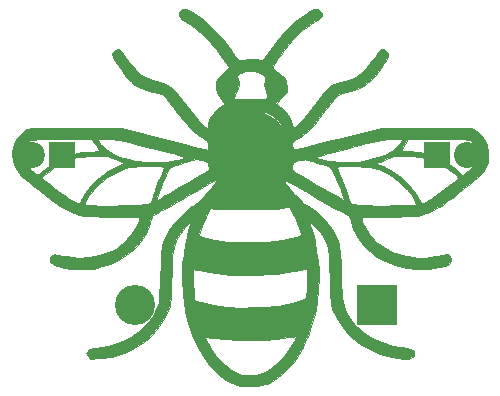
<source format=gbr>
G04 #@! TF.FileFunction,Soldermask,Top*
%FSLAX46Y46*%
G04 Gerber Fmt 4.6, Leading zero omitted, Abs format (unit mm)*
G04 Created by KiCad (PCBNEW 4.0.7+dfsg1-1) date Wed Mar 14 20:17:05 2018*
%MOMM*%
%LPD*%
G01*
G04 APERTURE LIST*
%ADD10C,0.100000*%
%ADD11C,0.010000*%
%ADD12C,3.400000*%
%ADD13R,3.400000X3.400000*%
%ADD14R,2.200000X2.200000*%
%ADD15C,2.200000*%
%ADD16C,6.399480*%
G04 APERTURE END LIST*
D10*
D11*
G36*
X155779158Y-80367543D02*
X155927714Y-80545087D01*
X155951034Y-80587273D01*
X155997567Y-80716433D01*
X155982645Y-80840706D01*
X155891441Y-80977253D01*
X155709125Y-81143235D01*
X155420869Y-81355815D01*
X155097093Y-81575576D01*
X154725811Y-81838294D01*
X154344365Y-82134235D01*
X154004481Y-82422013D01*
X153810556Y-82604955D01*
X153467616Y-82969704D01*
X153123316Y-83366109D01*
X152791917Y-83774440D01*
X152487677Y-84174968D01*
X152224859Y-84547966D01*
X152017720Y-84873704D01*
X151880521Y-85132453D01*
X151827522Y-85304485D01*
X151832100Y-85342186D01*
X151927164Y-85457694D01*
X152098361Y-85581108D01*
X152119728Y-85593116D01*
X152540934Y-85866612D01*
X152823605Y-86161685D01*
X152983143Y-86500679D01*
X153034949Y-86905935D01*
X153035000Y-86920870D01*
X153029241Y-87115176D01*
X152998011Y-87264276D01*
X152920385Y-87407224D01*
X152775436Y-87583077D01*
X152553940Y-87818668D01*
X152072879Y-88321133D01*
X152264612Y-88447006D01*
X152748211Y-88837542D01*
X153125496Y-89295510D01*
X153378048Y-89795490D01*
X153460599Y-90097281D01*
X153507546Y-90280557D01*
X153556811Y-90377217D01*
X153566990Y-90381667D01*
X153674245Y-90326666D01*
X153855359Y-90178167D01*
X154085631Y-89960922D01*
X154340362Y-89699682D01*
X154594849Y-89419201D01*
X154824393Y-89144231D01*
X154901202Y-89044656D01*
X155165688Y-88691953D01*
X155462466Y-88296143D01*
X155734256Y-87933620D01*
X155775268Y-87878911D01*
X156020203Y-87571045D01*
X156286983Y-87265295D01*
X156527395Y-87016247D01*
X156582737Y-86964721D01*
X156706896Y-86853989D01*
X156815903Y-86766482D01*
X156932289Y-86693652D01*
X157078584Y-86626953D01*
X157277318Y-86557838D01*
X157551020Y-86477761D01*
X157922221Y-86378175D01*
X158413451Y-86250533D01*
X158576818Y-86208280D01*
X158887400Y-86074040D01*
X159229548Y-85820623D01*
X159610275Y-85441377D01*
X160036593Y-84929651D01*
X160314625Y-84559770D01*
X160545803Y-84255100D01*
X160758931Y-83996887D01*
X160931313Y-83811153D01*
X161040255Y-83723924D01*
X161045140Y-83722108D01*
X161268693Y-83719328D01*
X161451641Y-83838901D01*
X161565068Y-84049685D01*
X161582722Y-84301061D01*
X161525151Y-84448715D01*
X161388688Y-84685940D01*
X161193357Y-84984353D01*
X160959181Y-85315570D01*
X160706184Y-85651209D01*
X160454389Y-85962885D01*
X160237776Y-86207502D01*
X159818641Y-86609931D01*
X159411689Y-86899175D01*
X158967313Y-87103039D01*
X158435906Y-87249332D01*
X158345909Y-87267971D01*
X158021255Y-87339967D01*
X157734393Y-87415986D01*
X157534775Y-87482554D01*
X157499243Y-87498694D01*
X157268888Y-87664264D01*
X156982472Y-87944237D01*
X156658610Y-88318404D01*
X156315918Y-88766555D01*
X156261650Y-88842273D01*
X155747356Y-89540174D01*
X155283670Y-90111464D01*
X154857388Y-90569621D01*
X154455308Y-90928122D01*
X154064224Y-91200447D01*
X153823940Y-91330729D01*
X153626445Y-91436212D01*
X153530485Y-91538586D01*
X153499475Y-91696981D01*
X153496818Y-91859428D01*
X153510878Y-92073884D01*
X153546684Y-92207208D01*
X153572041Y-92228939D01*
X153659476Y-92210818D01*
X153881647Y-92158832D01*
X154223970Y-92076548D01*
X154671862Y-91967533D01*
X155210739Y-91835354D01*
X155826018Y-91683577D01*
X156503115Y-91515770D01*
X157227447Y-91335499D01*
X157348488Y-91305303D01*
X161049713Y-90381667D01*
X168587996Y-90381667D01*
X168962498Y-90571441D01*
X169400709Y-90876470D01*
X169735942Y-91289550D01*
X169961862Y-91798908D01*
X170072131Y-92392770D01*
X170082438Y-92652273D01*
X170020811Y-93256940D01*
X169830090Y-93788488D01*
X169611441Y-94134182D01*
X169468795Y-94287026D01*
X169221998Y-94514087D01*
X168891471Y-94799144D01*
X168497637Y-95125978D01*
X168060919Y-95478369D01*
X167601739Y-95840098D01*
X167140520Y-96194944D01*
X166697683Y-96526688D01*
X166293652Y-96819111D01*
X165948849Y-97055992D01*
X165858736Y-97114616D01*
X165547738Y-97290867D01*
X165171816Y-97471984D01*
X164819645Y-97615957D01*
X164577833Y-97697795D01*
X164352249Y-97757847D01*
X164108344Y-97800938D01*
X163811570Y-97831891D01*
X163427381Y-97855533D01*
X162964091Y-97875082D01*
X162409828Y-97892860D01*
X161788515Y-97907783D01*
X161168956Y-97918479D01*
X160619951Y-97923575D01*
X160520303Y-97923806D01*
X160039384Y-97924532D01*
X159697412Y-97935055D01*
X159479449Y-97969154D01*
X159370553Y-98040611D01*
X159355786Y-98163206D01*
X159420207Y-98350720D01*
X159548877Y-98616932D01*
X159618524Y-98755605D01*
X160037924Y-99425392D01*
X160577014Y-100009981D01*
X161222298Y-100501371D01*
X161960279Y-100891558D01*
X162777462Y-101172540D01*
X163660350Y-101336314D01*
X164022153Y-101366835D01*
X164435833Y-101381671D01*
X164800788Y-101371076D01*
X165178126Y-101330274D01*
X165628952Y-101254490D01*
X165747469Y-101231993D01*
X166680594Y-101052289D01*
X166823555Y-101228838D01*
X166948319Y-101465791D01*
X166923508Y-101680136D01*
X166752070Y-101870057D01*
X166436960Y-102033741D01*
X165981128Y-102169373D01*
X165387525Y-102275140D01*
X165057274Y-102314483D01*
X164097286Y-102343285D01*
X163137527Y-102237956D01*
X162203939Y-102005773D01*
X161322465Y-101654010D01*
X160519048Y-101189943D01*
X160195650Y-100951009D01*
X159548068Y-100348875D01*
X159037336Y-99680414D01*
X158657282Y-98936244D01*
X158445764Y-98290143D01*
X158369995Y-98014743D01*
X158299936Y-97847810D01*
X158205769Y-97748026D01*
X158057672Y-97674073D01*
X157978949Y-97643346D01*
X157733074Y-97532893D01*
X157362441Y-97341579D01*
X156866134Y-97068892D01*
X156243243Y-96714319D01*
X155492853Y-96277350D01*
X154614051Y-95757472D01*
X154574394Y-95733860D01*
X153987208Y-95387759D01*
X153523705Y-95124217D01*
X153178165Y-94942416D01*
X152944865Y-94841540D01*
X152818083Y-94820773D01*
X152792098Y-94879297D01*
X152861187Y-95016296D01*
X153019629Y-95230952D01*
X153261702Y-95522450D01*
X153285152Y-95549812D01*
X153643058Y-95959072D01*
X153933985Y-96270965D01*
X154184533Y-96510355D01*
X154421302Y-96702105D01*
X154670893Y-96871079D01*
X154752124Y-96920972D01*
X155551696Y-97489077D01*
X156235886Y-98158977D01*
X156804057Y-98929979D01*
X157110606Y-99484516D01*
X157229496Y-99739883D01*
X157325860Y-99984322D01*
X157402609Y-100238645D01*
X157462654Y-100523663D01*
X157508907Y-100860190D01*
X157544279Y-101269039D01*
X157571682Y-101771020D01*
X157594026Y-102386948D01*
X157612651Y-103073409D01*
X157632648Y-103759485D01*
X157658424Y-104315396D01*
X157694807Y-104764916D01*
X157746626Y-105131816D01*
X157818709Y-105439869D01*
X157915886Y-105712848D01*
X158042984Y-105974524D01*
X158204832Y-106248670D01*
X158282268Y-106370059D01*
X158818949Y-107060057D01*
X159469925Y-107656953D01*
X160221107Y-108152584D01*
X161058406Y-108538787D01*
X161967731Y-108807400D01*
X162697060Y-108927738D01*
X163157674Y-108992381D01*
X163481822Y-109072320D01*
X163686796Y-109175406D01*
X163789890Y-109309492D01*
X163810758Y-109433441D01*
X163759001Y-109664008D01*
X163599469Y-109821970D01*
X163325767Y-109908473D01*
X162931502Y-109924664D01*
X162410279Y-109871691D01*
X161888165Y-109778366D01*
X160923308Y-109514430D01*
X160022344Y-109134263D01*
X159198471Y-108648610D01*
X158464885Y-108068219D01*
X157834784Y-107403833D01*
X157321366Y-106666201D01*
X156937829Y-105866066D01*
X156877580Y-105698636D01*
X156827200Y-105538617D01*
X156786534Y-105372921D01*
X156753834Y-105180987D01*
X156727349Y-104942254D01*
X156705330Y-104636163D01*
X156686026Y-104242153D01*
X156667689Y-103739663D01*
X156648568Y-103108132D01*
X156644296Y-102957419D01*
X156624765Y-102296151D01*
X156606397Y-101768879D01*
X156587518Y-101355688D01*
X156566450Y-101036660D01*
X156541519Y-100791880D01*
X156511050Y-100601430D01*
X156473367Y-100445396D01*
X156426794Y-100303859D01*
X156419382Y-100283835D01*
X156157599Y-99734925D01*
X155790147Y-99177009D01*
X155352458Y-98662620D01*
X155269891Y-98579629D01*
X154877798Y-98195470D01*
X155023124Y-98618114D01*
X155210694Y-99252222D01*
X155379993Y-99993836D01*
X155523740Y-100796916D01*
X155634656Y-101615419D01*
X155705460Y-102403305D01*
X155728940Y-103081667D01*
X155685160Y-104059934D01*
X155560253Y-105096402D01*
X155363863Y-106140563D01*
X155105636Y-107141912D01*
X154795217Y-108049940D01*
X154766337Y-108122180D01*
X154418069Y-108896973D01*
X154036007Y-109565656D01*
X153589097Y-110176031D01*
X153046285Y-110775901D01*
X153035000Y-110787347D01*
X152624193Y-111190833D01*
X152279972Y-111495559D01*
X151972399Y-111722683D01*
X151671536Y-111893362D01*
X151347445Y-112028756D01*
X151213028Y-112075008D01*
X150875811Y-112158777D01*
X150459108Y-112222925D01*
X150013301Y-112263637D01*
X149588775Y-112277102D01*
X149235915Y-112259504D01*
X149092080Y-112235547D01*
X148384986Y-111989987D01*
X147705378Y-111602598D01*
X147061321Y-111084258D01*
X146460880Y-110445848D01*
X145912118Y-109698247D01*
X145423102Y-108852334D01*
X145088513Y-108110925D01*
X146055842Y-108110925D01*
X146084458Y-108181313D01*
X146179048Y-108355975D01*
X146324631Y-108608249D01*
X146498024Y-108897980D01*
X147030060Y-109671819D01*
X147598128Y-110299643D01*
X148206900Y-110786147D01*
X148609243Y-111020088D01*
X149225000Y-111330927D01*
X149994697Y-111300707D01*
X150392144Y-111277991D01*
X150686153Y-111239799D01*
X150927127Y-111176186D01*
X151165468Y-111077203D01*
X151192428Y-111064337D01*
X151582696Y-110830497D01*
X152009140Y-110497900D01*
X152431649Y-110101495D01*
X152810115Y-109676232D01*
X152863740Y-109608057D01*
X153015615Y-109396002D01*
X153190078Y-109129216D01*
X153369431Y-108838043D01*
X153535979Y-108552829D01*
X153672023Y-108303918D01*
X153759868Y-108121655D01*
X153781817Y-108036386D01*
X153780951Y-108035294D01*
X153698864Y-108035904D01*
X153503108Y-108059899D01*
X153231342Y-108102422D01*
X153145181Y-108117263D01*
X152182578Y-108250935D01*
X151119374Y-108336333D01*
X150001348Y-108372827D01*
X148874280Y-108359786D01*
X147783949Y-108296579D01*
X146920439Y-108202967D01*
X146579924Y-108158834D01*
X146301174Y-108126807D01*
X146115976Y-108110267D01*
X146055842Y-108110925D01*
X145088513Y-108110925D01*
X145001895Y-107918990D01*
X144656562Y-106909094D01*
X144413171Y-105923544D01*
X144188609Y-104477297D01*
X144112073Y-103065620D01*
X144147096Y-102384543D01*
X145037168Y-102384543D01*
X145041198Y-102585540D01*
X145054142Y-102889876D01*
X145074703Y-103272467D01*
X145101583Y-103708227D01*
X145133483Y-104172072D01*
X145153412Y-104439354D01*
X145195628Y-104988861D01*
X145632435Y-105107568D01*
X146180394Y-105241165D01*
X146810183Y-105370135D01*
X147449972Y-105480609D01*
X147878030Y-105541106D01*
X148284373Y-105574806D01*
X148807890Y-105592769D01*
X149412734Y-105596073D01*
X150063061Y-105585793D01*
X150723026Y-105563005D01*
X151356782Y-105528785D01*
X151928486Y-105484210D01*
X152402291Y-105430355D01*
X152595649Y-105399487D01*
X153013927Y-105316373D01*
X153449162Y-105219207D01*
X153834754Y-105123274D01*
X153997830Y-105077677D01*
X154292057Y-104984703D01*
X154472102Y-104906422D01*
X154573191Y-104820450D01*
X154630552Y-104704408D01*
X154642113Y-104668322D01*
X154675876Y-104492169D01*
X154705776Y-104218454D01*
X154730652Y-103880308D01*
X154749342Y-103510860D01*
X154760684Y-103143242D01*
X154763518Y-102810585D01*
X154756680Y-102546019D01*
X154739011Y-102382675D01*
X154723481Y-102347455D01*
X154614812Y-102337518D01*
X154406526Y-102356846D01*
X154209587Y-102389190D01*
X153561367Y-102512007D01*
X153026493Y-102607176D01*
X152567694Y-102678869D01*
X152147703Y-102731256D01*
X151729248Y-102768510D01*
X151275061Y-102794801D01*
X150747872Y-102814300D01*
X150302576Y-102826466D01*
X149494393Y-102840559D01*
X148802098Y-102836883D01*
X148188370Y-102812643D01*
X147615886Y-102765045D01*
X147047326Y-102691293D01*
X146445367Y-102588593D01*
X146023571Y-102506020D01*
X145661131Y-102432737D01*
X145357743Y-102372125D01*
X145142803Y-102330006D01*
X145045706Y-102312197D01*
X145043350Y-102311970D01*
X145037168Y-102384543D01*
X144147096Y-102384543D01*
X144183223Y-101682035D01*
X144188229Y-101635451D01*
X144277034Y-100970877D01*
X144397177Y-100285870D01*
X144538367Y-99630793D01*
X144573494Y-99497912D01*
X145568940Y-99497912D01*
X145641082Y-99547540D01*
X145841792Y-99615242D01*
X146147491Y-99695650D01*
X146534602Y-99783398D01*
X146979548Y-99873119D01*
X147458751Y-99959446D01*
X147916515Y-100032281D01*
X148056580Y-100040924D01*
X148326212Y-100046867D01*
X148701061Y-100049984D01*
X149156778Y-100050144D01*
X149669012Y-100047219D01*
X150033182Y-100043452D01*
X150648683Y-100034517D01*
X151139940Y-100022927D01*
X151536647Y-100006313D01*
X151868499Y-99982308D01*
X152165190Y-99948541D01*
X152456416Y-99902643D01*
X152771870Y-99842246D01*
X152908985Y-99814018D01*
X153440436Y-99699473D01*
X153830828Y-99606302D01*
X154091087Y-99531432D01*
X154232140Y-99471789D01*
X154266515Y-99432098D01*
X154237184Y-99309735D01*
X154158468Y-99081785D01*
X154044284Y-98782982D01*
X153908550Y-98448063D01*
X153765181Y-98111761D01*
X153628094Y-97808811D01*
X153558899Y-97665959D01*
X153411424Y-97377024D01*
X153307789Y-97201511D01*
X153223948Y-97114676D01*
X153135854Y-97091779D01*
X153019462Y-97108078D01*
X153017161Y-97108537D01*
X152588674Y-97177335D01*
X152070099Y-97229203D01*
X151452047Y-97264293D01*
X150725132Y-97282760D01*
X149879965Y-97284757D01*
X148907160Y-97270438D01*
X147797329Y-97239957D01*
X146915909Y-97208391D01*
X146531061Y-97193485D01*
X146283392Y-97655303D01*
X146154755Y-97916390D01*
X146011735Y-98240015D01*
X145868462Y-98589731D01*
X145739068Y-98929095D01*
X145637684Y-99221661D01*
X145578441Y-99430983D01*
X145568940Y-99497912D01*
X144573494Y-99497912D01*
X144690311Y-99056012D01*
X144761137Y-98831990D01*
X144838446Y-98578130D01*
X144878669Y-98392358D01*
X144874292Y-98310650D01*
X144870260Y-98309545D01*
X144774022Y-98370083D01*
X144617326Y-98532942D01*
X144421444Y-98769993D01*
X144207646Y-99053105D01*
X143997203Y-99354147D01*
X143811387Y-99644990D01*
X143675137Y-99890063D01*
X143541256Y-100186980D01*
X143438619Y-100486848D01*
X143363370Y-100816043D01*
X143311658Y-101200938D01*
X143279628Y-101667910D01*
X143263427Y-102243332D01*
X143259410Y-102735303D01*
X143253564Y-103242904D01*
X143239826Y-103766346D01*
X143219984Y-104256656D01*
X143195826Y-104664863D01*
X143183576Y-104813485D01*
X143144888Y-105171392D01*
X143096298Y-105450038D01*
X143022051Y-105701976D01*
X142906395Y-105979764D01*
X142733577Y-106335955D01*
X142717757Y-106367523D01*
X142225908Y-107179845D01*
X141616178Y-107902724D01*
X140901347Y-108528112D01*
X140094194Y-109047961D01*
X139207499Y-109454224D01*
X138254040Y-109738853D01*
X137246596Y-109893802D01*
X137100629Y-109904776D01*
X136358334Y-109953422D01*
X136181496Y-109705077D01*
X136004659Y-109456732D01*
X136156702Y-109251775D01*
X136264252Y-109136561D01*
X136406186Y-109063250D01*
X136627348Y-109014478D01*
X136840206Y-108987104D01*
X137898926Y-108809637D01*
X138859360Y-108527396D01*
X139488333Y-108258780D01*
X139861665Y-108063110D01*
X140168758Y-107868627D01*
X140459996Y-107638547D01*
X140785764Y-107336087D01*
X140882230Y-107241158D01*
X141212141Y-106900943D01*
X141457816Y-106610139D01*
X141654645Y-106321267D01*
X141838017Y-105986850D01*
X141880072Y-105902443D01*
X142215228Y-105221097D01*
X142300770Y-102823655D01*
X142325073Y-102151877D01*
X142346133Y-101614352D01*
X142365970Y-101191486D01*
X142386600Y-100863683D01*
X142410044Y-100611347D01*
X142438320Y-100414883D01*
X142473446Y-100254695D01*
X142517440Y-100111188D01*
X142572322Y-99964766D01*
X142603234Y-99887424D01*
X143008707Y-99066992D01*
X143536339Y-98323273D01*
X144193980Y-97646958D01*
X144989479Y-97028735D01*
X145044403Y-96991511D01*
X145417683Y-96721193D01*
X145751251Y-96431412D01*
X146088670Y-96081540D01*
X146372130Y-95753273D01*
X146698373Y-95350431D01*
X146914376Y-95054345D01*
X147020389Y-94864585D01*
X147016661Y-94780718D01*
X146928088Y-94792100D01*
X146837697Y-94839742D01*
X146631914Y-94955363D01*
X146328087Y-95128988D01*
X145943566Y-95350640D01*
X145495699Y-95610343D01*
X145001836Y-95898121D01*
X144830664Y-95998169D01*
X144292418Y-96310890D01*
X143764241Y-96613867D01*
X143269913Y-96893748D01*
X142833214Y-97137180D01*
X142477925Y-97330813D01*
X142227829Y-97461296D01*
X142201515Y-97474275D01*
X141851912Y-97659370D01*
X141638005Y-97806742D01*
X141565486Y-97912047D01*
X141532193Y-98102565D01*
X141445174Y-98389137D01*
X141320609Y-98730668D01*
X141174679Y-99086061D01*
X141023565Y-99414220D01*
X140883448Y-99674050D01*
X140852546Y-99722744D01*
X140311252Y-100401155D01*
X139648710Y-100996081D01*
X138878139Y-101498978D01*
X138012757Y-101901300D01*
X137065785Y-102194501D01*
X137007802Y-102208173D01*
X136501175Y-102292868D01*
X135929914Y-102334034D01*
X135327925Y-102334244D01*
X134729114Y-102296068D01*
X134167387Y-102222080D01*
X133676653Y-102114850D01*
X133290815Y-101976952D01*
X133180006Y-101917807D01*
X133006688Y-101743328D01*
X132954223Y-101536065D01*
X133006897Y-101334282D01*
X133149000Y-101176242D01*
X133364820Y-101100209D01*
X133512604Y-101107821D01*
X133704625Y-101143516D01*
X133991283Y-101196982D01*
X134315907Y-101257648D01*
X134369849Y-101267739D01*
X135305538Y-101372664D01*
X136236449Y-101341949D01*
X137138443Y-101179454D01*
X137987380Y-100889036D01*
X138561086Y-100597675D01*
X139047970Y-100251457D01*
X139511312Y-99812781D01*
X139923558Y-99316191D01*
X140257157Y-98796233D01*
X140484558Y-98287450D01*
X140531909Y-98126657D01*
X140582597Y-97924697D01*
X139131072Y-97918569D01*
X138568308Y-97913097D01*
X137959645Y-97901979D01*
X137360680Y-97886561D01*
X136827006Y-97868189D01*
X136563485Y-97856418D01*
X135944940Y-97811220D01*
X135435213Y-97735725D01*
X134990112Y-97616524D01*
X134565446Y-97440207D01*
X134117021Y-97193363D01*
X133869546Y-97038955D01*
X133632394Y-96877183D01*
X133539471Y-96810089D01*
X135893811Y-96810089D01*
X135904535Y-96829585D01*
X136017181Y-96879400D01*
X136247733Y-96917295D01*
X136602684Y-96943523D01*
X137088532Y-96958340D01*
X137711771Y-96961999D01*
X138478899Y-96954756D01*
X138911061Y-96947269D01*
X139609537Y-96931227D01*
X140167639Y-96912614D01*
X140598922Y-96890572D01*
X140916941Y-96864245D01*
X141135252Y-96832776D01*
X141258637Y-96798971D01*
X141394609Y-96733932D01*
X141491625Y-96645721D01*
X141571574Y-96499199D01*
X141579220Y-96477552D01*
X141981988Y-96477552D01*
X141998506Y-96523549D01*
X142000845Y-96522400D01*
X142081079Y-96476003D01*
X142277818Y-96361286D01*
X142574765Y-96187779D01*
X142955624Y-95965014D01*
X143404096Y-95702520D01*
X143903885Y-95409829D01*
X144209811Y-95230597D01*
X144731006Y-94923022D01*
X145208642Y-94636964D01*
X145626638Y-94382383D01*
X145968909Y-94169241D01*
X146219373Y-94007500D01*
X146361945Y-93907121D01*
X146388838Y-93881010D01*
X146395268Y-93747096D01*
X146362547Y-93547080D01*
X146357660Y-93527568D01*
X146308633Y-93384167D01*
X146227382Y-93289199D01*
X146075393Y-93215486D01*
X145814149Y-93135849D01*
X145794996Y-93130522D01*
X145299546Y-92993013D01*
X144722273Y-93184403D01*
X144359167Y-93300528D01*
X143972624Y-93417543D01*
X143661680Y-93505870D01*
X143406657Y-93579937D01*
X143240483Y-93657689D01*
X143116986Y-93776653D01*
X142989994Y-93974356D01*
X142908980Y-94117643D01*
X142779391Y-94369936D01*
X142634595Y-94685075D01*
X142484153Y-95037737D01*
X142337630Y-95402598D01*
X142204588Y-95754333D01*
X142094592Y-96067620D01*
X142017204Y-96317134D01*
X141981988Y-96477552D01*
X141579220Y-96477552D01*
X141656343Y-96259225D01*
X141715894Y-96064870D01*
X141827751Y-95726149D01*
X141980709Y-95308428D01*
X142151850Y-94872698D01*
X142271008Y-94587741D01*
X142409630Y-94255692D01*
X142517119Y-93977039D01*
X142582969Y-93780616D01*
X142596674Y-93695259D01*
X142596321Y-93694861D01*
X142495564Y-93668797D01*
X142271863Y-93648801D01*
X141956100Y-93635095D01*
X141579162Y-93627905D01*
X141171931Y-93627453D01*
X140765291Y-93633963D01*
X140390127Y-93647659D01*
X140077322Y-93668765D01*
X140004659Y-93676083D01*
X139676695Y-93720206D01*
X139399236Y-93781202D01*
X139122772Y-93875046D01*
X138797796Y-94017715D01*
X138505752Y-94159749D01*
X138109065Y-94365440D01*
X137800377Y-94552339D01*
X137527958Y-94757904D01*
X137240079Y-95019595D01*
X137027305Y-95230329D01*
X136727616Y-95550204D01*
X136451269Y-95877313D01*
X136213989Y-96189256D01*
X136031502Y-96463633D01*
X135919534Y-96678044D01*
X135893811Y-96810089D01*
X133539471Y-96810089D01*
X133301836Y-96638508D01*
X132904050Y-96342965D01*
X132465211Y-96010593D01*
X132011495Y-95661430D01*
X131569078Y-95315512D01*
X131164136Y-94992877D01*
X130822845Y-94713563D01*
X130732543Y-94637616D01*
X130700392Y-94603910D01*
X132255804Y-94603910D01*
X132315285Y-94664155D01*
X132476528Y-94797338D01*
X132716593Y-94986139D01*
X133012539Y-95213239D01*
X133341427Y-95461318D01*
X133680315Y-95713056D01*
X134006263Y-95951134D01*
X134296330Y-96158232D01*
X134504613Y-96301715D01*
X134765888Y-96464382D01*
X135033677Y-96611311D01*
X135263499Y-96719734D01*
X135410868Y-96766882D01*
X135413926Y-96767139D01*
X135470594Y-96706476D01*
X135560309Y-96550887D01*
X135594610Y-96481515D01*
X135991051Y-95810429D01*
X136519422Y-95171109D01*
X137158098Y-94584400D01*
X137885459Y-94071147D01*
X138383661Y-93792791D01*
X139245618Y-93357400D01*
X138501067Y-93056241D01*
X137756515Y-92755081D01*
X136563485Y-92786293D01*
X136096220Y-92800492D01*
X135746085Y-92818587D01*
X135476282Y-92846059D01*
X135250010Y-92888387D01*
X135030468Y-92951052D01*
X134780857Y-93039535D01*
X134726692Y-93059831D01*
X134381451Y-93198080D01*
X134043047Y-93347451D01*
X133773368Y-93480320D01*
X133726086Y-93506490D01*
X133512561Y-93638960D01*
X133252090Y-93815375D01*
X132973539Y-94014189D01*
X132705773Y-94213856D01*
X132477660Y-94392832D01*
X132318065Y-94529569D01*
X132255854Y-94602523D01*
X132255804Y-94603910D01*
X130700392Y-94603910D01*
X130305537Y-94189971D01*
X130000179Y-93689292D01*
X129815092Y-93156222D01*
X129748900Y-92611405D01*
X129762404Y-92470393D01*
X130733874Y-92470393D01*
X130746659Y-92885780D01*
X130858839Y-93272050D01*
X130973998Y-93456198D01*
X131157275Y-93678180D01*
X131376045Y-93906129D01*
X131597684Y-94108180D01*
X131789568Y-94252466D01*
X131918507Y-94307121D01*
X132017567Y-94260025D01*
X132195780Y-94135549D01*
X132417534Y-93958917D01*
X132455590Y-93926722D01*
X133104095Y-93448251D01*
X133853131Y-93023875D01*
X134651371Y-92682447D01*
X134699101Y-92665444D01*
X135039685Y-92553940D01*
X135340688Y-92479994D01*
X135657689Y-92434168D01*
X136046266Y-92407023D01*
X136274849Y-92397847D01*
X136627371Y-92381580D01*
X136915642Y-92360450D01*
X137109609Y-92337211D01*
X137179243Y-92314973D01*
X137136274Y-92231530D01*
X137023800Y-92063233D01*
X136871364Y-91853533D01*
X136714393Y-91633998D01*
X136603475Y-91458582D01*
X136577168Y-91399154D01*
X137025303Y-91399154D01*
X137083295Y-91520802D01*
X137237556Y-91704216D01*
X137458510Y-91922500D01*
X137716583Y-92148758D01*
X137982200Y-92356096D01*
X138225786Y-92517617D01*
X138299455Y-92557888D01*
X138675646Y-92722484D01*
X139145639Y-92890317D01*
X139650781Y-93043282D01*
X140132421Y-93163276D01*
X140450455Y-93221825D01*
X140992929Y-93274018D01*
X141616198Y-93293686D01*
X142258116Y-93281591D01*
X142856538Y-93238491D01*
X143230524Y-93187833D01*
X143735475Y-93092679D01*
X144110428Y-93005651D01*
X144348721Y-92928687D01*
X144443693Y-92863723D01*
X144436107Y-92837068D01*
X144350259Y-92805880D01*
X144131594Y-92742351D01*
X143796783Y-92650887D01*
X143362498Y-92535894D01*
X142845411Y-92401779D01*
X142262193Y-92252947D01*
X141629515Y-92093805D01*
X141528030Y-92068482D01*
X140768721Y-91880246D01*
X140139762Y-91727115D01*
X139622556Y-91605312D01*
X139198504Y-91511061D01*
X138849010Y-91440584D01*
X138555475Y-91390106D01*
X138299303Y-91355848D01*
X138061894Y-91334034D01*
X137852727Y-91322089D01*
X137480657Y-91308709D01*
X137237060Y-91309415D01*
X137096919Y-91326538D01*
X137035220Y-91362407D01*
X137025303Y-91399154D01*
X136577168Y-91399154D01*
X136563485Y-91368244D01*
X136487482Y-91346568D01*
X136263169Y-91330090D01*
X135896091Y-91318917D01*
X135391795Y-91313159D01*
X134755826Y-91312922D01*
X134000714Y-91318245D01*
X133297991Y-91325861D01*
X132732575Y-91333886D01*
X132287838Y-91343315D01*
X131947149Y-91355144D01*
X131693880Y-91370368D01*
X131511398Y-91389982D01*
X131383076Y-91414982D01*
X131292282Y-91446363D01*
X131223356Y-91484485D01*
X130980469Y-91729301D01*
X130814559Y-92071418D01*
X130733874Y-92470393D01*
X129762404Y-92470393D01*
X129800226Y-92075483D01*
X129967694Y-91569100D01*
X130249928Y-91112899D01*
X130645552Y-90727522D01*
X131008335Y-90501175D01*
X131077185Y-90471946D01*
X131166803Y-90447670D01*
X131290398Y-90428024D01*
X131461177Y-90412683D01*
X131692351Y-90401322D01*
X131997128Y-90393618D01*
X132388717Y-90389245D01*
X132880327Y-90387881D01*
X133485167Y-90389200D01*
X134216445Y-90392878D01*
X135087372Y-90398591D01*
X135164699Y-90399135D01*
X139065000Y-90426669D01*
X142626662Y-91327804D01*
X143342823Y-91508613D01*
X144013973Y-91677311D01*
X144625250Y-91830215D01*
X145161790Y-91963643D01*
X145608731Y-92073912D01*
X145951209Y-92157339D01*
X146174361Y-92210242D01*
X146263325Y-92228938D01*
X146263480Y-92228939D01*
X146307261Y-92159919D01*
X146334259Y-91984330D01*
X146337609Y-91887684D01*
X147339243Y-91887684D01*
X147339243Y-93632254D01*
X147601640Y-93988930D01*
X147774045Y-94219663D01*
X147925558Y-94399107D01*
X148077950Y-94533363D01*
X148252992Y-94628532D01*
X148472455Y-94690718D01*
X148758109Y-94726021D01*
X149131725Y-94740543D01*
X149615075Y-94740387D01*
X150229929Y-94731653D01*
X150250454Y-94731325D01*
X151583786Y-94710030D01*
X151814404Y-94489333D01*
X151998889Y-94287569D01*
X152196493Y-94034812D01*
X152270617Y-93928319D01*
X152361117Y-93791796D01*
X153437849Y-93791796D01*
X153478736Y-93925401D01*
X153506722Y-93955825D01*
X153612422Y-94030644D01*
X153828129Y-94167048D01*
X154134089Y-94353582D01*
X154510550Y-94578791D01*
X154937758Y-94831222D01*
X155395962Y-95099420D01*
X155865407Y-95371930D01*
X156326341Y-95637299D01*
X156759011Y-95884071D01*
X157143663Y-96100793D01*
X157460545Y-96276010D01*
X157689904Y-96398268D01*
X157811987Y-96456113D01*
X157823771Y-96459191D01*
X157822617Y-96393012D01*
X157777164Y-96211285D01*
X157695530Y-95943203D01*
X157605180Y-95673333D01*
X157426147Y-95196569D01*
X157223919Y-94722231D01*
X157016692Y-94288938D01*
X156822664Y-93935306D01*
X156696886Y-93745767D01*
X156606177Y-93683405D01*
X157234767Y-93683405D01*
X157246927Y-93779796D01*
X157316397Y-93978584D01*
X157430245Y-94245186D01*
X157501506Y-94396696D01*
X157660044Y-94753009D01*
X157834024Y-95190625D01*
X157997560Y-95642562D01*
X158081034Y-95896354D01*
X158195708Y-96262212D01*
X158291524Y-96519336D01*
X158397460Y-96689382D01*
X158542492Y-96794005D01*
X158755600Y-96854860D01*
X159065759Y-96893603D01*
X159461970Y-96928354D01*
X159697199Y-96941603D01*
X160037752Y-96950825D01*
X160459718Y-96956273D01*
X160939187Y-96958202D01*
X161452250Y-96956868D01*
X161974994Y-96952524D01*
X162483512Y-96945425D01*
X162953892Y-96935826D01*
X163362224Y-96923982D01*
X163684598Y-96910148D01*
X163897104Y-96894578D01*
X163973296Y-96880292D01*
X163975799Y-96795445D01*
X163899173Y-96618804D01*
X163760934Y-96378397D01*
X163578598Y-96102252D01*
X163369681Y-95818395D01*
X163151698Y-95554855D01*
X163129412Y-95529963D01*
X162431471Y-94862754D01*
X161654194Y-94312996D01*
X160820029Y-93896199D01*
X160693485Y-93846894D01*
X160512054Y-93784581D01*
X160327637Y-93737843D01*
X160112463Y-93703752D01*
X159838763Y-93679381D01*
X159478767Y-93661801D01*
X159004705Y-93648087D01*
X158755359Y-93642575D01*
X158254234Y-93635786D01*
X157832148Y-93637378D01*
X157508495Y-93646830D01*
X157302671Y-93663621D01*
X157234767Y-93683405D01*
X156606177Y-93683405D01*
X156572541Y-93660281D01*
X156332892Y-93558204D01*
X156013414Y-93453973D01*
X155907128Y-93424394D01*
X155559805Y-93327196D01*
X155554413Y-93325567D01*
X160585652Y-93325567D01*
X160651457Y-93384869D01*
X160853285Y-93487635D01*
X161149770Y-93617532D01*
X161942522Y-94031616D01*
X162689699Y-94579464D01*
X163370527Y-95242909D01*
X163964228Y-96003786D01*
X164078436Y-96178262D01*
X164247793Y-96438351D01*
X164387853Y-96640007D01*
X164477959Y-96754110D01*
X164497677Y-96769234D01*
X164582477Y-96734007D01*
X164762204Y-96642538D01*
X164997850Y-96514686D01*
X165237492Y-96369397D01*
X165537414Y-96169597D01*
X165876061Y-95931703D01*
X166231881Y-95672131D01*
X166583321Y-95407299D01*
X166908827Y-95153624D01*
X167186845Y-94927522D01*
X167395824Y-94745412D01*
X167514209Y-94623709D01*
X167532180Y-94584288D01*
X167439409Y-94470550D01*
X167247387Y-94298290D01*
X166986827Y-94091489D01*
X166688443Y-93874126D01*
X166382948Y-93670179D01*
X166278405Y-93605423D01*
X165973859Y-93439530D01*
X165594859Y-93258745D01*
X165213013Y-93096795D01*
X165133719Y-93066285D01*
X164863891Y-92968309D01*
X164636036Y-92898595D01*
X164412432Y-92851379D01*
X164155360Y-92820894D01*
X163827100Y-92801374D01*
X163389930Y-92787054D01*
X163289545Y-92784396D01*
X162114089Y-92753848D01*
X161431565Y-93030182D01*
X161125678Y-93150060D01*
X160868094Y-93243702D01*
X160695648Y-93298073D01*
X160650707Y-93306515D01*
X160585652Y-93325567D01*
X155554413Y-93325567D01*
X155231326Y-93227972D01*
X154977337Y-93143759D01*
X154917437Y-93121416D01*
X154743099Y-93061609D01*
X154588816Y-93041721D01*
X154401322Y-93062889D01*
X154127352Y-93126247D01*
X154075928Y-93139352D01*
X153796676Y-93214779D01*
X153630522Y-93280013D01*
X153540913Y-93360934D01*
X153491294Y-93483418D01*
X153470075Y-93568262D01*
X153437849Y-93791796D01*
X152361117Y-93791796D01*
X152496212Y-93588002D01*
X152496212Y-92843939D01*
X155396114Y-92843939D01*
X155432400Y-92887887D01*
X155592903Y-92950444D01*
X155850102Y-93024251D01*
X156176482Y-93101946D01*
X156544524Y-93176168D01*
X156806515Y-93221213D01*
X157339504Y-93276410D01*
X157970432Y-93293399D01*
X158648070Y-93271994D01*
X159164468Y-93229757D01*
X159782320Y-93131658D01*
X160431956Y-92971768D01*
X161049877Y-92768088D01*
X161536000Y-92557386D01*
X161764819Y-92418343D01*
X161916002Y-92305909D01*
X162676861Y-92305909D01*
X162739292Y-92324528D01*
X162922332Y-92342003D01*
X163192660Y-92355622D01*
X163341112Y-92359937D01*
X164183542Y-92433195D01*
X164991331Y-92621399D01*
X165628730Y-92853475D01*
X166088291Y-93071065D01*
X166564282Y-93341410D01*
X167012593Y-93636201D01*
X167389115Y-93927128D01*
X167578129Y-94104602D01*
X167739603Y-94265335D01*
X167858290Y-94366382D01*
X167892134Y-94384091D01*
X167967609Y-94335831D01*
X168126697Y-94207148D01*
X168340039Y-94022187D01*
X168426477Y-93944658D01*
X168666861Y-93708735D01*
X168870203Y-93475942D01*
X169000257Y-93288656D01*
X169016867Y-93254403D01*
X169109757Y-92864917D01*
X169099449Y-92436767D01*
X168995873Y-92019216D01*
X168808960Y-91661522D01*
X168662739Y-91497727D01*
X168609378Y-91456017D01*
X168541882Y-91422415D01*
X168443887Y-91395902D01*
X168299027Y-91375461D01*
X168090938Y-91360073D01*
X167803255Y-91348719D01*
X167419612Y-91340382D01*
X166923645Y-91334042D01*
X166298987Y-91328682D01*
X165900202Y-91325821D01*
X163310455Y-91307854D01*
X163003108Y-91787639D01*
X162851834Y-92024918D01*
X162736369Y-92208151D01*
X162678952Y-92302013D01*
X162676861Y-92305909D01*
X161916002Y-92305909D01*
X162026024Y-92224087D01*
X162290017Y-92001518D01*
X162527204Y-91777533D01*
X162707987Y-91579032D01*
X162802771Y-91432915D01*
X162810152Y-91399356D01*
X162788070Y-91350210D01*
X162705498Y-91320470D01*
X162537946Y-91307942D01*
X162260924Y-91310429D01*
X161944243Y-91321747D01*
X161703594Y-91334420D01*
X161471072Y-91354257D01*
X161227665Y-91385136D01*
X160954362Y-91430936D01*
X160632150Y-91495536D01*
X160242018Y-91582815D01*
X159764955Y-91696651D01*
X159181948Y-91840924D01*
X158473987Y-92019511D01*
X158268940Y-92071577D01*
X157634710Y-92233854D01*
X157047229Y-92386260D01*
X156523283Y-92524279D01*
X156079662Y-92643400D01*
X155733152Y-92739108D01*
X155500542Y-92806889D01*
X155398620Y-92842232D01*
X155396114Y-92843939D01*
X152496212Y-92843939D01*
X152496212Y-90024527D01*
X152231689Y-89715491D01*
X151869573Y-89400369D01*
X151395011Y-89151949D01*
X150838025Y-88978622D01*
X150228638Y-88888779D01*
X149596873Y-88890812D01*
X149369893Y-88915630D01*
X148882816Y-89015694D01*
X148416142Y-89169875D01*
X148015136Y-89360355D01*
X147736247Y-89558690D01*
X147614164Y-89680044D01*
X147520012Y-89801940D01*
X147450177Y-89945574D01*
X147401045Y-90132141D01*
X147369005Y-90382837D01*
X147350443Y-90718857D01*
X147341746Y-91161397D01*
X147339301Y-91731652D01*
X147339243Y-91887684D01*
X146337609Y-91887684D01*
X146338454Y-91863333D01*
X146333098Y-91661648D01*
X146296318Y-91533121D01*
X146196666Y-91434505D01*
X146002694Y-91322556D01*
X145909776Y-91273826D01*
X145462049Y-90980827D01*
X144978970Y-90550255D01*
X144457437Y-89978988D01*
X143894351Y-89263906D01*
X143838773Y-89188636D01*
X143415291Y-88621793D01*
X143067678Y-88178086D01*
X142789934Y-87850289D01*
X142576055Y-87631176D01*
X142478428Y-87550699D01*
X142344747Y-87491316D01*
X142102397Y-87415737D01*
X141793926Y-87336591D01*
X141643545Y-87302891D01*
X141106269Y-87172208D01*
X140684510Y-87028461D01*
X140339901Y-86854431D01*
X140034078Y-86632898D01*
X139912987Y-86526181D01*
X139589572Y-86201363D01*
X139265283Y-85828570D01*
X138958022Y-85433654D01*
X138685690Y-85042470D01*
X138466187Y-84680873D01*
X138317414Y-84374715D01*
X138257272Y-84149853D01*
X138256818Y-84134181D01*
X138321918Y-83925744D01*
X138483213Y-83770419D01*
X138689697Y-83707646D01*
X138789893Y-83721975D01*
X138898049Y-83802695D01*
X139066925Y-83981555D01*
X139270601Y-84229456D01*
X139423482Y-84433302D01*
X139685495Y-84780960D01*
X139979036Y-85146724D01*
X140255449Y-85470700D01*
X140356361Y-85581645D01*
X140532315Y-85766464D01*
X140684003Y-85907945D01*
X140838502Y-86018768D01*
X141022888Y-86111613D01*
X141264240Y-86199161D01*
X141589636Y-86294091D01*
X142026151Y-86409085D01*
X142241506Y-86464457D01*
X142540878Y-86553240D01*
X142806110Y-86664640D01*
X143055011Y-86814468D01*
X143305392Y-87018535D01*
X143575061Y-87292652D01*
X143881830Y-87652629D01*
X144243507Y-88114276D01*
X144533558Y-88499244D01*
X144897450Y-88972934D01*
X145247726Y-89402504D01*
X145570328Y-89772685D01*
X145851201Y-90068208D01*
X146076288Y-90273804D01*
X146231532Y-90374204D01*
X146266504Y-90381667D01*
X146320906Y-90314156D01*
X146374545Y-90146609D01*
X146385712Y-90093030D01*
X146544553Y-89564712D01*
X146815943Y-89118638D01*
X147216793Y-88729670D01*
X147386635Y-88605235D01*
X147579942Y-88466803D01*
X147666854Y-88372165D01*
X147668536Y-88278939D01*
X147611479Y-88155042D01*
X147483115Y-87945908D01*
X147371267Y-87794597D01*
X148570878Y-87794597D01*
X148574066Y-87891162D01*
X148669577Y-87912881D01*
X148892056Y-87931126D01*
X149214546Y-87944658D01*
X149610092Y-87952237D01*
X149926260Y-87953308D01*
X150400936Y-87950796D01*
X150745213Y-87944691D01*
X150982625Y-87932272D01*
X151136711Y-87910818D01*
X151231006Y-87877606D01*
X151289048Y-87829916D01*
X151316724Y-87792525D01*
X151370395Y-87679078D01*
X151365012Y-87549312D01*
X151294725Y-87351989D01*
X151256296Y-87263328D01*
X151154118Y-86980490D01*
X151122027Y-86712199D01*
X151137715Y-86450309D01*
X151158614Y-86197094D01*
X151144880Y-86046804D01*
X151082580Y-85949824D01*
X150974090Y-85867534D01*
X150594021Y-85654742D01*
X150218507Y-85551736D01*
X149913901Y-85532576D01*
X149461368Y-85572804D01*
X149111809Y-85699865D01*
X148904725Y-85852567D01*
X148799367Y-85969705D01*
X148782114Y-86081896D01*
X148843228Y-86259260D01*
X148846998Y-86268301D01*
X148929366Y-86516429D01*
X148943024Y-86743059D01*
X148882763Y-86997182D01*
X148743380Y-87327790D01*
X148731798Y-87352374D01*
X148627271Y-87601408D01*
X148570878Y-87794597D01*
X147371267Y-87794597D01*
X147318641Y-87723404D01*
X147298939Y-87699603D01*
X147075755Y-87347678D01*
X146994807Y-86974830D01*
X147040039Y-86579994D01*
X147107463Y-86364897D01*
X147215125Y-86172564D01*
X147391202Y-85961910D01*
X147621474Y-85732241D01*
X148114024Y-85261008D01*
X147642339Y-84569368D01*
X147039322Y-83732822D01*
X146456894Y-83026784D01*
X145877295Y-82432679D01*
X145282766Y-81931929D01*
X144799243Y-81595475D01*
X144516094Y-81413490D01*
X144264216Y-81249472D01*
X144085715Y-81130912D01*
X144048788Y-81105537D01*
X143908983Y-80924883D01*
X143882432Y-80696134D01*
X143971022Y-80477470D01*
X144026467Y-80416877D01*
X144211441Y-80324998D01*
X144459252Y-80337840D01*
X144783979Y-80458482D01*
X145157968Y-80664410D01*
X145986080Y-81249071D01*
X146795334Y-81982931D01*
X147581801Y-82861976D01*
X148341550Y-83882192D01*
X148417320Y-83993928D01*
X148622945Y-84296747D01*
X148766606Y-84492114D01*
X148871622Y-84600734D01*
X148961314Y-84643312D01*
X149059001Y-84640550D01*
X149129397Y-84626136D01*
X149364269Y-84595390D01*
X149697115Y-84578201D01*
X150072526Y-84575074D01*
X150435091Y-84586514D01*
X150719420Y-84611641D01*
X150844332Y-84621833D01*
X150944740Y-84597939D01*
X151046855Y-84517825D01*
X151176888Y-84359361D01*
X151361053Y-84100414D01*
X151412148Y-84026737D01*
X152146038Y-83039782D01*
X152890803Y-82180702D01*
X153639712Y-81456117D01*
X154386032Y-80872648D01*
X154997115Y-80501112D01*
X155337667Y-80347705D01*
X155590411Y-80302466D01*
X155779158Y-80367543D01*
X155779158Y-80367543D01*
G37*
X155779158Y-80367543D02*
X155927714Y-80545087D01*
X155951034Y-80587273D01*
X155997567Y-80716433D01*
X155982645Y-80840706D01*
X155891441Y-80977253D01*
X155709125Y-81143235D01*
X155420869Y-81355815D01*
X155097093Y-81575576D01*
X154725811Y-81838294D01*
X154344365Y-82134235D01*
X154004481Y-82422013D01*
X153810556Y-82604955D01*
X153467616Y-82969704D01*
X153123316Y-83366109D01*
X152791917Y-83774440D01*
X152487677Y-84174968D01*
X152224859Y-84547966D01*
X152017720Y-84873704D01*
X151880521Y-85132453D01*
X151827522Y-85304485D01*
X151832100Y-85342186D01*
X151927164Y-85457694D01*
X152098361Y-85581108D01*
X152119728Y-85593116D01*
X152540934Y-85866612D01*
X152823605Y-86161685D01*
X152983143Y-86500679D01*
X153034949Y-86905935D01*
X153035000Y-86920870D01*
X153029241Y-87115176D01*
X152998011Y-87264276D01*
X152920385Y-87407224D01*
X152775436Y-87583077D01*
X152553940Y-87818668D01*
X152072879Y-88321133D01*
X152264612Y-88447006D01*
X152748211Y-88837542D01*
X153125496Y-89295510D01*
X153378048Y-89795490D01*
X153460599Y-90097281D01*
X153507546Y-90280557D01*
X153556811Y-90377217D01*
X153566990Y-90381667D01*
X153674245Y-90326666D01*
X153855359Y-90178167D01*
X154085631Y-89960922D01*
X154340362Y-89699682D01*
X154594849Y-89419201D01*
X154824393Y-89144231D01*
X154901202Y-89044656D01*
X155165688Y-88691953D01*
X155462466Y-88296143D01*
X155734256Y-87933620D01*
X155775268Y-87878911D01*
X156020203Y-87571045D01*
X156286983Y-87265295D01*
X156527395Y-87016247D01*
X156582737Y-86964721D01*
X156706896Y-86853989D01*
X156815903Y-86766482D01*
X156932289Y-86693652D01*
X157078584Y-86626953D01*
X157277318Y-86557838D01*
X157551020Y-86477761D01*
X157922221Y-86378175D01*
X158413451Y-86250533D01*
X158576818Y-86208280D01*
X158887400Y-86074040D01*
X159229548Y-85820623D01*
X159610275Y-85441377D01*
X160036593Y-84929651D01*
X160314625Y-84559770D01*
X160545803Y-84255100D01*
X160758931Y-83996887D01*
X160931313Y-83811153D01*
X161040255Y-83723924D01*
X161045140Y-83722108D01*
X161268693Y-83719328D01*
X161451641Y-83838901D01*
X161565068Y-84049685D01*
X161582722Y-84301061D01*
X161525151Y-84448715D01*
X161388688Y-84685940D01*
X161193357Y-84984353D01*
X160959181Y-85315570D01*
X160706184Y-85651209D01*
X160454389Y-85962885D01*
X160237776Y-86207502D01*
X159818641Y-86609931D01*
X159411689Y-86899175D01*
X158967313Y-87103039D01*
X158435906Y-87249332D01*
X158345909Y-87267971D01*
X158021255Y-87339967D01*
X157734393Y-87415986D01*
X157534775Y-87482554D01*
X157499243Y-87498694D01*
X157268888Y-87664264D01*
X156982472Y-87944237D01*
X156658610Y-88318404D01*
X156315918Y-88766555D01*
X156261650Y-88842273D01*
X155747356Y-89540174D01*
X155283670Y-90111464D01*
X154857388Y-90569621D01*
X154455308Y-90928122D01*
X154064224Y-91200447D01*
X153823940Y-91330729D01*
X153626445Y-91436212D01*
X153530485Y-91538586D01*
X153499475Y-91696981D01*
X153496818Y-91859428D01*
X153510878Y-92073884D01*
X153546684Y-92207208D01*
X153572041Y-92228939D01*
X153659476Y-92210818D01*
X153881647Y-92158832D01*
X154223970Y-92076548D01*
X154671862Y-91967533D01*
X155210739Y-91835354D01*
X155826018Y-91683577D01*
X156503115Y-91515770D01*
X157227447Y-91335499D01*
X157348488Y-91305303D01*
X161049713Y-90381667D01*
X168587996Y-90381667D01*
X168962498Y-90571441D01*
X169400709Y-90876470D01*
X169735942Y-91289550D01*
X169961862Y-91798908D01*
X170072131Y-92392770D01*
X170082438Y-92652273D01*
X170020811Y-93256940D01*
X169830090Y-93788488D01*
X169611441Y-94134182D01*
X169468795Y-94287026D01*
X169221998Y-94514087D01*
X168891471Y-94799144D01*
X168497637Y-95125978D01*
X168060919Y-95478369D01*
X167601739Y-95840098D01*
X167140520Y-96194944D01*
X166697683Y-96526688D01*
X166293652Y-96819111D01*
X165948849Y-97055992D01*
X165858736Y-97114616D01*
X165547738Y-97290867D01*
X165171816Y-97471984D01*
X164819645Y-97615957D01*
X164577833Y-97697795D01*
X164352249Y-97757847D01*
X164108344Y-97800938D01*
X163811570Y-97831891D01*
X163427381Y-97855533D01*
X162964091Y-97875082D01*
X162409828Y-97892860D01*
X161788515Y-97907783D01*
X161168956Y-97918479D01*
X160619951Y-97923575D01*
X160520303Y-97923806D01*
X160039384Y-97924532D01*
X159697412Y-97935055D01*
X159479449Y-97969154D01*
X159370553Y-98040611D01*
X159355786Y-98163206D01*
X159420207Y-98350720D01*
X159548877Y-98616932D01*
X159618524Y-98755605D01*
X160037924Y-99425392D01*
X160577014Y-100009981D01*
X161222298Y-100501371D01*
X161960279Y-100891558D01*
X162777462Y-101172540D01*
X163660350Y-101336314D01*
X164022153Y-101366835D01*
X164435833Y-101381671D01*
X164800788Y-101371076D01*
X165178126Y-101330274D01*
X165628952Y-101254490D01*
X165747469Y-101231993D01*
X166680594Y-101052289D01*
X166823555Y-101228838D01*
X166948319Y-101465791D01*
X166923508Y-101680136D01*
X166752070Y-101870057D01*
X166436960Y-102033741D01*
X165981128Y-102169373D01*
X165387525Y-102275140D01*
X165057274Y-102314483D01*
X164097286Y-102343285D01*
X163137527Y-102237956D01*
X162203939Y-102005773D01*
X161322465Y-101654010D01*
X160519048Y-101189943D01*
X160195650Y-100951009D01*
X159548068Y-100348875D01*
X159037336Y-99680414D01*
X158657282Y-98936244D01*
X158445764Y-98290143D01*
X158369995Y-98014743D01*
X158299936Y-97847810D01*
X158205769Y-97748026D01*
X158057672Y-97674073D01*
X157978949Y-97643346D01*
X157733074Y-97532893D01*
X157362441Y-97341579D01*
X156866134Y-97068892D01*
X156243243Y-96714319D01*
X155492853Y-96277350D01*
X154614051Y-95757472D01*
X154574394Y-95733860D01*
X153987208Y-95387759D01*
X153523705Y-95124217D01*
X153178165Y-94942416D01*
X152944865Y-94841540D01*
X152818083Y-94820773D01*
X152792098Y-94879297D01*
X152861187Y-95016296D01*
X153019629Y-95230952D01*
X153261702Y-95522450D01*
X153285152Y-95549812D01*
X153643058Y-95959072D01*
X153933985Y-96270965D01*
X154184533Y-96510355D01*
X154421302Y-96702105D01*
X154670893Y-96871079D01*
X154752124Y-96920972D01*
X155551696Y-97489077D01*
X156235886Y-98158977D01*
X156804057Y-98929979D01*
X157110606Y-99484516D01*
X157229496Y-99739883D01*
X157325860Y-99984322D01*
X157402609Y-100238645D01*
X157462654Y-100523663D01*
X157508907Y-100860190D01*
X157544279Y-101269039D01*
X157571682Y-101771020D01*
X157594026Y-102386948D01*
X157612651Y-103073409D01*
X157632648Y-103759485D01*
X157658424Y-104315396D01*
X157694807Y-104764916D01*
X157746626Y-105131816D01*
X157818709Y-105439869D01*
X157915886Y-105712848D01*
X158042984Y-105974524D01*
X158204832Y-106248670D01*
X158282268Y-106370059D01*
X158818949Y-107060057D01*
X159469925Y-107656953D01*
X160221107Y-108152584D01*
X161058406Y-108538787D01*
X161967731Y-108807400D01*
X162697060Y-108927738D01*
X163157674Y-108992381D01*
X163481822Y-109072320D01*
X163686796Y-109175406D01*
X163789890Y-109309492D01*
X163810758Y-109433441D01*
X163759001Y-109664008D01*
X163599469Y-109821970D01*
X163325767Y-109908473D01*
X162931502Y-109924664D01*
X162410279Y-109871691D01*
X161888165Y-109778366D01*
X160923308Y-109514430D01*
X160022344Y-109134263D01*
X159198471Y-108648610D01*
X158464885Y-108068219D01*
X157834784Y-107403833D01*
X157321366Y-106666201D01*
X156937829Y-105866066D01*
X156877580Y-105698636D01*
X156827200Y-105538617D01*
X156786534Y-105372921D01*
X156753834Y-105180987D01*
X156727349Y-104942254D01*
X156705330Y-104636163D01*
X156686026Y-104242153D01*
X156667689Y-103739663D01*
X156648568Y-103108132D01*
X156644296Y-102957419D01*
X156624765Y-102296151D01*
X156606397Y-101768879D01*
X156587518Y-101355688D01*
X156566450Y-101036660D01*
X156541519Y-100791880D01*
X156511050Y-100601430D01*
X156473367Y-100445396D01*
X156426794Y-100303859D01*
X156419382Y-100283835D01*
X156157599Y-99734925D01*
X155790147Y-99177009D01*
X155352458Y-98662620D01*
X155269891Y-98579629D01*
X154877798Y-98195470D01*
X155023124Y-98618114D01*
X155210694Y-99252222D01*
X155379993Y-99993836D01*
X155523740Y-100796916D01*
X155634656Y-101615419D01*
X155705460Y-102403305D01*
X155728940Y-103081667D01*
X155685160Y-104059934D01*
X155560253Y-105096402D01*
X155363863Y-106140563D01*
X155105636Y-107141912D01*
X154795217Y-108049940D01*
X154766337Y-108122180D01*
X154418069Y-108896973D01*
X154036007Y-109565656D01*
X153589097Y-110176031D01*
X153046285Y-110775901D01*
X153035000Y-110787347D01*
X152624193Y-111190833D01*
X152279972Y-111495559D01*
X151972399Y-111722683D01*
X151671536Y-111893362D01*
X151347445Y-112028756D01*
X151213028Y-112075008D01*
X150875811Y-112158777D01*
X150459108Y-112222925D01*
X150013301Y-112263637D01*
X149588775Y-112277102D01*
X149235915Y-112259504D01*
X149092080Y-112235547D01*
X148384986Y-111989987D01*
X147705378Y-111602598D01*
X147061321Y-111084258D01*
X146460880Y-110445848D01*
X145912118Y-109698247D01*
X145423102Y-108852334D01*
X145088513Y-108110925D01*
X146055842Y-108110925D01*
X146084458Y-108181313D01*
X146179048Y-108355975D01*
X146324631Y-108608249D01*
X146498024Y-108897980D01*
X147030060Y-109671819D01*
X147598128Y-110299643D01*
X148206900Y-110786147D01*
X148609243Y-111020088D01*
X149225000Y-111330927D01*
X149994697Y-111300707D01*
X150392144Y-111277991D01*
X150686153Y-111239799D01*
X150927127Y-111176186D01*
X151165468Y-111077203D01*
X151192428Y-111064337D01*
X151582696Y-110830497D01*
X152009140Y-110497900D01*
X152431649Y-110101495D01*
X152810115Y-109676232D01*
X152863740Y-109608057D01*
X153015615Y-109396002D01*
X153190078Y-109129216D01*
X153369431Y-108838043D01*
X153535979Y-108552829D01*
X153672023Y-108303918D01*
X153759868Y-108121655D01*
X153781817Y-108036386D01*
X153780951Y-108035294D01*
X153698864Y-108035904D01*
X153503108Y-108059899D01*
X153231342Y-108102422D01*
X153145181Y-108117263D01*
X152182578Y-108250935D01*
X151119374Y-108336333D01*
X150001348Y-108372827D01*
X148874280Y-108359786D01*
X147783949Y-108296579D01*
X146920439Y-108202967D01*
X146579924Y-108158834D01*
X146301174Y-108126807D01*
X146115976Y-108110267D01*
X146055842Y-108110925D01*
X145088513Y-108110925D01*
X145001895Y-107918990D01*
X144656562Y-106909094D01*
X144413171Y-105923544D01*
X144188609Y-104477297D01*
X144112073Y-103065620D01*
X144147096Y-102384543D01*
X145037168Y-102384543D01*
X145041198Y-102585540D01*
X145054142Y-102889876D01*
X145074703Y-103272467D01*
X145101583Y-103708227D01*
X145133483Y-104172072D01*
X145153412Y-104439354D01*
X145195628Y-104988861D01*
X145632435Y-105107568D01*
X146180394Y-105241165D01*
X146810183Y-105370135D01*
X147449972Y-105480609D01*
X147878030Y-105541106D01*
X148284373Y-105574806D01*
X148807890Y-105592769D01*
X149412734Y-105596073D01*
X150063061Y-105585793D01*
X150723026Y-105563005D01*
X151356782Y-105528785D01*
X151928486Y-105484210D01*
X152402291Y-105430355D01*
X152595649Y-105399487D01*
X153013927Y-105316373D01*
X153449162Y-105219207D01*
X153834754Y-105123274D01*
X153997830Y-105077677D01*
X154292057Y-104984703D01*
X154472102Y-104906422D01*
X154573191Y-104820450D01*
X154630552Y-104704408D01*
X154642113Y-104668322D01*
X154675876Y-104492169D01*
X154705776Y-104218454D01*
X154730652Y-103880308D01*
X154749342Y-103510860D01*
X154760684Y-103143242D01*
X154763518Y-102810585D01*
X154756680Y-102546019D01*
X154739011Y-102382675D01*
X154723481Y-102347455D01*
X154614812Y-102337518D01*
X154406526Y-102356846D01*
X154209587Y-102389190D01*
X153561367Y-102512007D01*
X153026493Y-102607176D01*
X152567694Y-102678869D01*
X152147703Y-102731256D01*
X151729248Y-102768510D01*
X151275061Y-102794801D01*
X150747872Y-102814300D01*
X150302576Y-102826466D01*
X149494393Y-102840559D01*
X148802098Y-102836883D01*
X148188370Y-102812643D01*
X147615886Y-102765045D01*
X147047326Y-102691293D01*
X146445367Y-102588593D01*
X146023571Y-102506020D01*
X145661131Y-102432737D01*
X145357743Y-102372125D01*
X145142803Y-102330006D01*
X145045706Y-102312197D01*
X145043350Y-102311970D01*
X145037168Y-102384543D01*
X144147096Y-102384543D01*
X144183223Y-101682035D01*
X144188229Y-101635451D01*
X144277034Y-100970877D01*
X144397177Y-100285870D01*
X144538367Y-99630793D01*
X144573494Y-99497912D01*
X145568940Y-99497912D01*
X145641082Y-99547540D01*
X145841792Y-99615242D01*
X146147491Y-99695650D01*
X146534602Y-99783398D01*
X146979548Y-99873119D01*
X147458751Y-99959446D01*
X147916515Y-100032281D01*
X148056580Y-100040924D01*
X148326212Y-100046867D01*
X148701061Y-100049984D01*
X149156778Y-100050144D01*
X149669012Y-100047219D01*
X150033182Y-100043452D01*
X150648683Y-100034517D01*
X151139940Y-100022927D01*
X151536647Y-100006313D01*
X151868499Y-99982308D01*
X152165190Y-99948541D01*
X152456416Y-99902643D01*
X152771870Y-99842246D01*
X152908985Y-99814018D01*
X153440436Y-99699473D01*
X153830828Y-99606302D01*
X154091087Y-99531432D01*
X154232140Y-99471789D01*
X154266515Y-99432098D01*
X154237184Y-99309735D01*
X154158468Y-99081785D01*
X154044284Y-98782982D01*
X153908550Y-98448063D01*
X153765181Y-98111761D01*
X153628094Y-97808811D01*
X153558899Y-97665959D01*
X153411424Y-97377024D01*
X153307789Y-97201511D01*
X153223948Y-97114676D01*
X153135854Y-97091779D01*
X153019462Y-97108078D01*
X153017161Y-97108537D01*
X152588674Y-97177335D01*
X152070099Y-97229203D01*
X151452047Y-97264293D01*
X150725132Y-97282760D01*
X149879965Y-97284757D01*
X148907160Y-97270438D01*
X147797329Y-97239957D01*
X146915909Y-97208391D01*
X146531061Y-97193485D01*
X146283392Y-97655303D01*
X146154755Y-97916390D01*
X146011735Y-98240015D01*
X145868462Y-98589731D01*
X145739068Y-98929095D01*
X145637684Y-99221661D01*
X145578441Y-99430983D01*
X145568940Y-99497912D01*
X144573494Y-99497912D01*
X144690311Y-99056012D01*
X144761137Y-98831990D01*
X144838446Y-98578130D01*
X144878669Y-98392358D01*
X144874292Y-98310650D01*
X144870260Y-98309545D01*
X144774022Y-98370083D01*
X144617326Y-98532942D01*
X144421444Y-98769993D01*
X144207646Y-99053105D01*
X143997203Y-99354147D01*
X143811387Y-99644990D01*
X143675137Y-99890063D01*
X143541256Y-100186980D01*
X143438619Y-100486848D01*
X143363370Y-100816043D01*
X143311658Y-101200938D01*
X143279628Y-101667910D01*
X143263427Y-102243332D01*
X143259410Y-102735303D01*
X143253564Y-103242904D01*
X143239826Y-103766346D01*
X143219984Y-104256656D01*
X143195826Y-104664863D01*
X143183576Y-104813485D01*
X143144888Y-105171392D01*
X143096298Y-105450038D01*
X143022051Y-105701976D01*
X142906395Y-105979764D01*
X142733577Y-106335955D01*
X142717757Y-106367523D01*
X142225908Y-107179845D01*
X141616178Y-107902724D01*
X140901347Y-108528112D01*
X140094194Y-109047961D01*
X139207499Y-109454224D01*
X138254040Y-109738853D01*
X137246596Y-109893802D01*
X137100629Y-109904776D01*
X136358334Y-109953422D01*
X136181496Y-109705077D01*
X136004659Y-109456732D01*
X136156702Y-109251775D01*
X136264252Y-109136561D01*
X136406186Y-109063250D01*
X136627348Y-109014478D01*
X136840206Y-108987104D01*
X137898926Y-108809637D01*
X138859360Y-108527396D01*
X139488333Y-108258780D01*
X139861665Y-108063110D01*
X140168758Y-107868627D01*
X140459996Y-107638547D01*
X140785764Y-107336087D01*
X140882230Y-107241158D01*
X141212141Y-106900943D01*
X141457816Y-106610139D01*
X141654645Y-106321267D01*
X141838017Y-105986850D01*
X141880072Y-105902443D01*
X142215228Y-105221097D01*
X142300770Y-102823655D01*
X142325073Y-102151877D01*
X142346133Y-101614352D01*
X142365970Y-101191486D01*
X142386600Y-100863683D01*
X142410044Y-100611347D01*
X142438320Y-100414883D01*
X142473446Y-100254695D01*
X142517440Y-100111188D01*
X142572322Y-99964766D01*
X142603234Y-99887424D01*
X143008707Y-99066992D01*
X143536339Y-98323273D01*
X144193980Y-97646958D01*
X144989479Y-97028735D01*
X145044403Y-96991511D01*
X145417683Y-96721193D01*
X145751251Y-96431412D01*
X146088670Y-96081540D01*
X146372130Y-95753273D01*
X146698373Y-95350431D01*
X146914376Y-95054345D01*
X147020389Y-94864585D01*
X147016661Y-94780718D01*
X146928088Y-94792100D01*
X146837697Y-94839742D01*
X146631914Y-94955363D01*
X146328087Y-95128988D01*
X145943566Y-95350640D01*
X145495699Y-95610343D01*
X145001836Y-95898121D01*
X144830664Y-95998169D01*
X144292418Y-96310890D01*
X143764241Y-96613867D01*
X143269913Y-96893748D01*
X142833214Y-97137180D01*
X142477925Y-97330813D01*
X142227829Y-97461296D01*
X142201515Y-97474275D01*
X141851912Y-97659370D01*
X141638005Y-97806742D01*
X141565486Y-97912047D01*
X141532193Y-98102565D01*
X141445174Y-98389137D01*
X141320609Y-98730668D01*
X141174679Y-99086061D01*
X141023565Y-99414220D01*
X140883448Y-99674050D01*
X140852546Y-99722744D01*
X140311252Y-100401155D01*
X139648710Y-100996081D01*
X138878139Y-101498978D01*
X138012757Y-101901300D01*
X137065785Y-102194501D01*
X137007802Y-102208173D01*
X136501175Y-102292868D01*
X135929914Y-102334034D01*
X135327925Y-102334244D01*
X134729114Y-102296068D01*
X134167387Y-102222080D01*
X133676653Y-102114850D01*
X133290815Y-101976952D01*
X133180006Y-101917807D01*
X133006688Y-101743328D01*
X132954223Y-101536065D01*
X133006897Y-101334282D01*
X133149000Y-101176242D01*
X133364820Y-101100209D01*
X133512604Y-101107821D01*
X133704625Y-101143516D01*
X133991283Y-101196982D01*
X134315907Y-101257648D01*
X134369849Y-101267739D01*
X135305538Y-101372664D01*
X136236449Y-101341949D01*
X137138443Y-101179454D01*
X137987380Y-100889036D01*
X138561086Y-100597675D01*
X139047970Y-100251457D01*
X139511312Y-99812781D01*
X139923558Y-99316191D01*
X140257157Y-98796233D01*
X140484558Y-98287450D01*
X140531909Y-98126657D01*
X140582597Y-97924697D01*
X139131072Y-97918569D01*
X138568308Y-97913097D01*
X137959645Y-97901979D01*
X137360680Y-97886561D01*
X136827006Y-97868189D01*
X136563485Y-97856418D01*
X135944940Y-97811220D01*
X135435213Y-97735725D01*
X134990112Y-97616524D01*
X134565446Y-97440207D01*
X134117021Y-97193363D01*
X133869546Y-97038955D01*
X133632394Y-96877183D01*
X133539471Y-96810089D01*
X135893811Y-96810089D01*
X135904535Y-96829585D01*
X136017181Y-96879400D01*
X136247733Y-96917295D01*
X136602684Y-96943523D01*
X137088532Y-96958340D01*
X137711771Y-96961999D01*
X138478899Y-96954756D01*
X138911061Y-96947269D01*
X139609537Y-96931227D01*
X140167639Y-96912614D01*
X140598922Y-96890572D01*
X140916941Y-96864245D01*
X141135252Y-96832776D01*
X141258637Y-96798971D01*
X141394609Y-96733932D01*
X141491625Y-96645721D01*
X141571574Y-96499199D01*
X141579220Y-96477552D01*
X141981988Y-96477552D01*
X141998506Y-96523549D01*
X142000845Y-96522400D01*
X142081079Y-96476003D01*
X142277818Y-96361286D01*
X142574765Y-96187779D01*
X142955624Y-95965014D01*
X143404096Y-95702520D01*
X143903885Y-95409829D01*
X144209811Y-95230597D01*
X144731006Y-94923022D01*
X145208642Y-94636964D01*
X145626638Y-94382383D01*
X145968909Y-94169241D01*
X146219373Y-94007500D01*
X146361945Y-93907121D01*
X146388838Y-93881010D01*
X146395268Y-93747096D01*
X146362547Y-93547080D01*
X146357660Y-93527568D01*
X146308633Y-93384167D01*
X146227382Y-93289199D01*
X146075393Y-93215486D01*
X145814149Y-93135849D01*
X145794996Y-93130522D01*
X145299546Y-92993013D01*
X144722273Y-93184403D01*
X144359167Y-93300528D01*
X143972624Y-93417543D01*
X143661680Y-93505870D01*
X143406657Y-93579937D01*
X143240483Y-93657689D01*
X143116986Y-93776653D01*
X142989994Y-93974356D01*
X142908980Y-94117643D01*
X142779391Y-94369936D01*
X142634595Y-94685075D01*
X142484153Y-95037737D01*
X142337630Y-95402598D01*
X142204588Y-95754333D01*
X142094592Y-96067620D01*
X142017204Y-96317134D01*
X141981988Y-96477552D01*
X141579220Y-96477552D01*
X141656343Y-96259225D01*
X141715894Y-96064870D01*
X141827751Y-95726149D01*
X141980709Y-95308428D01*
X142151850Y-94872698D01*
X142271008Y-94587741D01*
X142409630Y-94255692D01*
X142517119Y-93977039D01*
X142582969Y-93780616D01*
X142596674Y-93695259D01*
X142596321Y-93694861D01*
X142495564Y-93668797D01*
X142271863Y-93648801D01*
X141956100Y-93635095D01*
X141579162Y-93627905D01*
X141171931Y-93627453D01*
X140765291Y-93633963D01*
X140390127Y-93647659D01*
X140077322Y-93668765D01*
X140004659Y-93676083D01*
X139676695Y-93720206D01*
X139399236Y-93781202D01*
X139122772Y-93875046D01*
X138797796Y-94017715D01*
X138505752Y-94159749D01*
X138109065Y-94365440D01*
X137800377Y-94552339D01*
X137527958Y-94757904D01*
X137240079Y-95019595D01*
X137027305Y-95230329D01*
X136727616Y-95550204D01*
X136451269Y-95877313D01*
X136213989Y-96189256D01*
X136031502Y-96463633D01*
X135919534Y-96678044D01*
X135893811Y-96810089D01*
X133539471Y-96810089D01*
X133301836Y-96638508D01*
X132904050Y-96342965D01*
X132465211Y-96010593D01*
X132011495Y-95661430D01*
X131569078Y-95315512D01*
X131164136Y-94992877D01*
X130822845Y-94713563D01*
X130732543Y-94637616D01*
X130700392Y-94603910D01*
X132255804Y-94603910D01*
X132315285Y-94664155D01*
X132476528Y-94797338D01*
X132716593Y-94986139D01*
X133012539Y-95213239D01*
X133341427Y-95461318D01*
X133680315Y-95713056D01*
X134006263Y-95951134D01*
X134296330Y-96158232D01*
X134504613Y-96301715D01*
X134765888Y-96464382D01*
X135033677Y-96611311D01*
X135263499Y-96719734D01*
X135410868Y-96766882D01*
X135413926Y-96767139D01*
X135470594Y-96706476D01*
X135560309Y-96550887D01*
X135594610Y-96481515D01*
X135991051Y-95810429D01*
X136519422Y-95171109D01*
X137158098Y-94584400D01*
X137885459Y-94071147D01*
X138383661Y-93792791D01*
X139245618Y-93357400D01*
X138501067Y-93056241D01*
X137756515Y-92755081D01*
X136563485Y-92786293D01*
X136096220Y-92800492D01*
X135746085Y-92818587D01*
X135476282Y-92846059D01*
X135250010Y-92888387D01*
X135030468Y-92951052D01*
X134780857Y-93039535D01*
X134726692Y-93059831D01*
X134381451Y-93198080D01*
X134043047Y-93347451D01*
X133773368Y-93480320D01*
X133726086Y-93506490D01*
X133512561Y-93638960D01*
X133252090Y-93815375D01*
X132973539Y-94014189D01*
X132705773Y-94213856D01*
X132477660Y-94392832D01*
X132318065Y-94529569D01*
X132255854Y-94602523D01*
X132255804Y-94603910D01*
X130700392Y-94603910D01*
X130305537Y-94189971D01*
X130000179Y-93689292D01*
X129815092Y-93156222D01*
X129748900Y-92611405D01*
X129762404Y-92470393D01*
X130733874Y-92470393D01*
X130746659Y-92885780D01*
X130858839Y-93272050D01*
X130973998Y-93456198D01*
X131157275Y-93678180D01*
X131376045Y-93906129D01*
X131597684Y-94108180D01*
X131789568Y-94252466D01*
X131918507Y-94307121D01*
X132017567Y-94260025D01*
X132195780Y-94135549D01*
X132417534Y-93958917D01*
X132455590Y-93926722D01*
X133104095Y-93448251D01*
X133853131Y-93023875D01*
X134651371Y-92682447D01*
X134699101Y-92665444D01*
X135039685Y-92553940D01*
X135340688Y-92479994D01*
X135657689Y-92434168D01*
X136046266Y-92407023D01*
X136274849Y-92397847D01*
X136627371Y-92381580D01*
X136915642Y-92360450D01*
X137109609Y-92337211D01*
X137179243Y-92314973D01*
X137136274Y-92231530D01*
X137023800Y-92063233D01*
X136871364Y-91853533D01*
X136714393Y-91633998D01*
X136603475Y-91458582D01*
X136577168Y-91399154D01*
X137025303Y-91399154D01*
X137083295Y-91520802D01*
X137237556Y-91704216D01*
X137458510Y-91922500D01*
X137716583Y-92148758D01*
X137982200Y-92356096D01*
X138225786Y-92517617D01*
X138299455Y-92557888D01*
X138675646Y-92722484D01*
X139145639Y-92890317D01*
X139650781Y-93043282D01*
X140132421Y-93163276D01*
X140450455Y-93221825D01*
X140992929Y-93274018D01*
X141616198Y-93293686D01*
X142258116Y-93281591D01*
X142856538Y-93238491D01*
X143230524Y-93187833D01*
X143735475Y-93092679D01*
X144110428Y-93005651D01*
X144348721Y-92928687D01*
X144443693Y-92863723D01*
X144436107Y-92837068D01*
X144350259Y-92805880D01*
X144131594Y-92742351D01*
X143796783Y-92650887D01*
X143362498Y-92535894D01*
X142845411Y-92401779D01*
X142262193Y-92252947D01*
X141629515Y-92093805D01*
X141528030Y-92068482D01*
X140768721Y-91880246D01*
X140139762Y-91727115D01*
X139622556Y-91605312D01*
X139198504Y-91511061D01*
X138849010Y-91440584D01*
X138555475Y-91390106D01*
X138299303Y-91355848D01*
X138061894Y-91334034D01*
X137852727Y-91322089D01*
X137480657Y-91308709D01*
X137237060Y-91309415D01*
X137096919Y-91326538D01*
X137035220Y-91362407D01*
X137025303Y-91399154D01*
X136577168Y-91399154D01*
X136563485Y-91368244D01*
X136487482Y-91346568D01*
X136263169Y-91330090D01*
X135896091Y-91318917D01*
X135391795Y-91313159D01*
X134755826Y-91312922D01*
X134000714Y-91318245D01*
X133297991Y-91325861D01*
X132732575Y-91333886D01*
X132287838Y-91343315D01*
X131947149Y-91355144D01*
X131693880Y-91370368D01*
X131511398Y-91389982D01*
X131383076Y-91414982D01*
X131292282Y-91446363D01*
X131223356Y-91484485D01*
X130980469Y-91729301D01*
X130814559Y-92071418D01*
X130733874Y-92470393D01*
X129762404Y-92470393D01*
X129800226Y-92075483D01*
X129967694Y-91569100D01*
X130249928Y-91112899D01*
X130645552Y-90727522D01*
X131008335Y-90501175D01*
X131077185Y-90471946D01*
X131166803Y-90447670D01*
X131290398Y-90428024D01*
X131461177Y-90412683D01*
X131692351Y-90401322D01*
X131997128Y-90393618D01*
X132388717Y-90389245D01*
X132880327Y-90387881D01*
X133485167Y-90389200D01*
X134216445Y-90392878D01*
X135087372Y-90398591D01*
X135164699Y-90399135D01*
X139065000Y-90426669D01*
X142626662Y-91327804D01*
X143342823Y-91508613D01*
X144013973Y-91677311D01*
X144625250Y-91830215D01*
X145161790Y-91963643D01*
X145608731Y-92073912D01*
X145951209Y-92157339D01*
X146174361Y-92210242D01*
X146263325Y-92228938D01*
X146263480Y-92228939D01*
X146307261Y-92159919D01*
X146334259Y-91984330D01*
X146337609Y-91887684D01*
X147339243Y-91887684D01*
X147339243Y-93632254D01*
X147601640Y-93988930D01*
X147774045Y-94219663D01*
X147925558Y-94399107D01*
X148077950Y-94533363D01*
X148252992Y-94628532D01*
X148472455Y-94690718D01*
X148758109Y-94726021D01*
X149131725Y-94740543D01*
X149615075Y-94740387D01*
X150229929Y-94731653D01*
X150250454Y-94731325D01*
X151583786Y-94710030D01*
X151814404Y-94489333D01*
X151998889Y-94287569D01*
X152196493Y-94034812D01*
X152270617Y-93928319D01*
X152361117Y-93791796D01*
X153437849Y-93791796D01*
X153478736Y-93925401D01*
X153506722Y-93955825D01*
X153612422Y-94030644D01*
X153828129Y-94167048D01*
X154134089Y-94353582D01*
X154510550Y-94578791D01*
X154937758Y-94831222D01*
X155395962Y-95099420D01*
X155865407Y-95371930D01*
X156326341Y-95637299D01*
X156759011Y-95884071D01*
X157143663Y-96100793D01*
X157460545Y-96276010D01*
X157689904Y-96398268D01*
X157811987Y-96456113D01*
X157823771Y-96459191D01*
X157822617Y-96393012D01*
X157777164Y-96211285D01*
X157695530Y-95943203D01*
X157605180Y-95673333D01*
X157426147Y-95196569D01*
X157223919Y-94722231D01*
X157016692Y-94288938D01*
X156822664Y-93935306D01*
X156696886Y-93745767D01*
X156606177Y-93683405D01*
X157234767Y-93683405D01*
X157246927Y-93779796D01*
X157316397Y-93978584D01*
X157430245Y-94245186D01*
X157501506Y-94396696D01*
X157660044Y-94753009D01*
X157834024Y-95190625D01*
X157997560Y-95642562D01*
X158081034Y-95896354D01*
X158195708Y-96262212D01*
X158291524Y-96519336D01*
X158397460Y-96689382D01*
X158542492Y-96794005D01*
X158755600Y-96854860D01*
X159065759Y-96893603D01*
X159461970Y-96928354D01*
X159697199Y-96941603D01*
X160037752Y-96950825D01*
X160459718Y-96956273D01*
X160939187Y-96958202D01*
X161452250Y-96956868D01*
X161974994Y-96952524D01*
X162483512Y-96945425D01*
X162953892Y-96935826D01*
X163362224Y-96923982D01*
X163684598Y-96910148D01*
X163897104Y-96894578D01*
X163973296Y-96880292D01*
X163975799Y-96795445D01*
X163899173Y-96618804D01*
X163760934Y-96378397D01*
X163578598Y-96102252D01*
X163369681Y-95818395D01*
X163151698Y-95554855D01*
X163129412Y-95529963D01*
X162431471Y-94862754D01*
X161654194Y-94312996D01*
X160820029Y-93896199D01*
X160693485Y-93846894D01*
X160512054Y-93784581D01*
X160327637Y-93737843D01*
X160112463Y-93703752D01*
X159838763Y-93679381D01*
X159478767Y-93661801D01*
X159004705Y-93648087D01*
X158755359Y-93642575D01*
X158254234Y-93635786D01*
X157832148Y-93637378D01*
X157508495Y-93646830D01*
X157302671Y-93663621D01*
X157234767Y-93683405D01*
X156606177Y-93683405D01*
X156572541Y-93660281D01*
X156332892Y-93558204D01*
X156013414Y-93453973D01*
X155907128Y-93424394D01*
X155559805Y-93327196D01*
X155554413Y-93325567D01*
X160585652Y-93325567D01*
X160651457Y-93384869D01*
X160853285Y-93487635D01*
X161149770Y-93617532D01*
X161942522Y-94031616D01*
X162689699Y-94579464D01*
X163370527Y-95242909D01*
X163964228Y-96003786D01*
X164078436Y-96178262D01*
X164247793Y-96438351D01*
X164387853Y-96640007D01*
X164477959Y-96754110D01*
X164497677Y-96769234D01*
X164582477Y-96734007D01*
X164762204Y-96642538D01*
X164997850Y-96514686D01*
X165237492Y-96369397D01*
X165537414Y-96169597D01*
X165876061Y-95931703D01*
X166231881Y-95672131D01*
X166583321Y-95407299D01*
X166908827Y-95153624D01*
X167186845Y-94927522D01*
X167395824Y-94745412D01*
X167514209Y-94623709D01*
X167532180Y-94584288D01*
X167439409Y-94470550D01*
X167247387Y-94298290D01*
X166986827Y-94091489D01*
X166688443Y-93874126D01*
X166382948Y-93670179D01*
X166278405Y-93605423D01*
X165973859Y-93439530D01*
X165594859Y-93258745D01*
X165213013Y-93096795D01*
X165133719Y-93066285D01*
X164863891Y-92968309D01*
X164636036Y-92898595D01*
X164412432Y-92851379D01*
X164155360Y-92820894D01*
X163827100Y-92801374D01*
X163389930Y-92787054D01*
X163289545Y-92784396D01*
X162114089Y-92753848D01*
X161431565Y-93030182D01*
X161125678Y-93150060D01*
X160868094Y-93243702D01*
X160695648Y-93298073D01*
X160650707Y-93306515D01*
X160585652Y-93325567D01*
X155554413Y-93325567D01*
X155231326Y-93227972D01*
X154977337Y-93143759D01*
X154917437Y-93121416D01*
X154743099Y-93061609D01*
X154588816Y-93041721D01*
X154401322Y-93062889D01*
X154127352Y-93126247D01*
X154075928Y-93139352D01*
X153796676Y-93214779D01*
X153630522Y-93280013D01*
X153540913Y-93360934D01*
X153491294Y-93483418D01*
X153470075Y-93568262D01*
X153437849Y-93791796D01*
X152361117Y-93791796D01*
X152496212Y-93588002D01*
X152496212Y-92843939D01*
X155396114Y-92843939D01*
X155432400Y-92887887D01*
X155592903Y-92950444D01*
X155850102Y-93024251D01*
X156176482Y-93101946D01*
X156544524Y-93176168D01*
X156806515Y-93221213D01*
X157339504Y-93276410D01*
X157970432Y-93293399D01*
X158648070Y-93271994D01*
X159164468Y-93229757D01*
X159782320Y-93131658D01*
X160431956Y-92971768D01*
X161049877Y-92768088D01*
X161536000Y-92557386D01*
X161764819Y-92418343D01*
X161916002Y-92305909D01*
X162676861Y-92305909D01*
X162739292Y-92324528D01*
X162922332Y-92342003D01*
X163192660Y-92355622D01*
X163341112Y-92359937D01*
X164183542Y-92433195D01*
X164991331Y-92621399D01*
X165628730Y-92853475D01*
X166088291Y-93071065D01*
X166564282Y-93341410D01*
X167012593Y-93636201D01*
X167389115Y-93927128D01*
X167578129Y-94104602D01*
X167739603Y-94265335D01*
X167858290Y-94366382D01*
X167892134Y-94384091D01*
X167967609Y-94335831D01*
X168126697Y-94207148D01*
X168340039Y-94022187D01*
X168426477Y-93944658D01*
X168666861Y-93708735D01*
X168870203Y-93475942D01*
X169000257Y-93288656D01*
X169016867Y-93254403D01*
X169109757Y-92864917D01*
X169099449Y-92436767D01*
X168995873Y-92019216D01*
X168808960Y-91661522D01*
X168662739Y-91497727D01*
X168609378Y-91456017D01*
X168541882Y-91422415D01*
X168443887Y-91395902D01*
X168299027Y-91375461D01*
X168090938Y-91360073D01*
X167803255Y-91348719D01*
X167419612Y-91340382D01*
X166923645Y-91334042D01*
X166298987Y-91328682D01*
X165900202Y-91325821D01*
X163310455Y-91307854D01*
X163003108Y-91787639D01*
X162851834Y-92024918D01*
X162736369Y-92208151D01*
X162678952Y-92302013D01*
X162676861Y-92305909D01*
X161916002Y-92305909D01*
X162026024Y-92224087D01*
X162290017Y-92001518D01*
X162527204Y-91777533D01*
X162707987Y-91579032D01*
X162802771Y-91432915D01*
X162810152Y-91399356D01*
X162788070Y-91350210D01*
X162705498Y-91320470D01*
X162537946Y-91307942D01*
X162260924Y-91310429D01*
X161944243Y-91321747D01*
X161703594Y-91334420D01*
X161471072Y-91354257D01*
X161227665Y-91385136D01*
X160954362Y-91430936D01*
X160632150Y-91495536D01*
X160242018Y-91582815D01*
X159764955Y-91696651D01*
X159181948Y-91840924D01*
X158473987Y-92019511D01*
X158268940Y-92071577D01*
X157634710Y-92233854D01*
X157047229Y-92386260D01*
X156523283Y-92524279D01*
X156079662Y-92643400D01*
X155733152Y-92739108D01*
X155500542Y-92806889D01*
X155398620Y-92842232D01*
X155396114Y-92843939D01*
X152496212Y-92843939D01*
X152496212Y-90024527D01*
X152231689Y-89715491D01*
X151869573Y-89400369D01*
X151395011Y-89151949D01*
X150838025Y-88978622D01*
X150228638Y-88888779D01*
X149596873Y-88890812D01*
X149369893Y-88915630D01*
X148882816Y-89015694D01*
X148416142Y-89169875D01*
X148015136Y-89360355D01*
X147736247Y-89558690D01*
X147614164Y-89680044D01*
X147520012Y-89801940D01*
X147450177Y-89945574D01*
X147401045Y-90132141D01*
X147369005Y-90382837D01*
X147350443Y-90718857D01*
X147341746Y-91161397D01*
X147339301Y-91731652D01*
X147339243Y-91887684D01*
X146337609Y-91887684D01*
X146338454Y-91863333D01*
X146333098Y-91661648D01*
X146296318Y-91533121D01*
X146196666Y-91434505D01*
X146002694Y-91322556D01*
X145909776Y-91273826D01*
X145462049Y-90980827D01*
X144978970Y-90550255D01*
X144457437Y-89978988D01*
X143894351Y-89263906D01*
X143838773Y-89188636D01*
X143415291Y-88621793D01*
X143067678Y-88178086D01*
X142789934Y-87850289D01*
X142576055Y-87631176D01*
X142478428Y-87550699D01*
X142344747Y-87491316D01*
X142102397Y-87415737D01*
X141793926Y-87336591D01*
X141643545Y-87302891D01*
X141106269Y-87172208D01*
X140684510Y-87028461D01*
X140339901Y-86854431D01*
X140034078Y-86632898D01*
X139912987Y-86526181D01*
X139589572Y-86201363D01*
X139265283Y-85828570D01*
X138958022Y-85433654D01*
X138685690Y-85042470D01*
X138466187Y-84680873D01*
X138317414Y-84374715D01*
X138257272Y-84149853D01*
X138256818Y-84134181D01*
X138321918Y-83925744D01*
X138483213Y-83770419D01*
X138689697Y-83707646D01*
X138789893Y-83721975D01*
X138898049Y-83802695D01*
X139066925Y-83981555D01*
X139270601Y-84229456D01*
X139423482Y-84433302D01*
X139685495Y-84780960D01*
X139979036Y-85146724D01*
X140255449Y-85470700D01*
X140356361Y-85581645D01*
X140532315Y-85766464D01*
X140684003Y-85907945D01*
X140838502Y-86018768D01*
X141022888Y-86111613D01*
X141264240Y-86199161D01*
X141589636Y-86294091D01*
X142026151Y-86409085D01*
X142241506Y-86464457D01*
X142540878Y-86553240D01*
X142806110Y-86664640D01*
X143055011Y-86814468D01*
X143305392Y-87018535D01*
X143575061Y-87292652D01*
X143881830Y-87652629D01*
X144243507Y-88114276D01*
X144533558Y-88499244D01*
X144897450Y-88972934D01*
X145247726Y-89402504D01*
X145570328Y-89772685D01*
X145851201Y-90068208D01*
X146076288Y-90273804D01*
X146231532Y-90374204D01*
X146266504Y-90381667D01*
X146320906Y-90314156D01*
X146374545Y-90146609D01*
X146385712Y-90093030D01*
X146544553Y-89564712D01*
X146815943Y-89118638D01*
X147216793Y-88729670D01*
X147386635Y-88605235D01*
X147579942Y-88466803D01*
X147666854Y-88372165D01*
X147668536Y-88278939D01*
X147611479Y-88155042D01*
X147483115Y-87945908D01*
X147371267Y-87794597D01*
X148570878Y-87794597D01*
X148574066Y-87891162D01*
X148669577Y-87912881D01*
X148892056Y-87931126D01*
X149214546Y-87944658D01*
X149610092Y-87952237D01*
X149926260Y-87953308D01*
X150400936Y-87950796D01*
X150745213Y-87944691D01*
X150982625Y-87932272D01*
X151136711Y-87910818D01*
X151231006Y-87877606D01*
X151289048Y-87829916D01*
X151316724Y-87792525D01*
X151370395Y-87679078D01*
X151365012Y-87549312D01*
X151294725Y-87351989D01*
X151256296Y-87263328D01*
X151154118Y-86980490D01*
X151122027Y-86712199D01*
X151137715Y-86450309D01*
X151158614Y-86197094D01*
X151144880Y-86046804D01*
X151082580Y-85949824D01*
X150974090Y-85867534D01*
X150594021Y-85654742D01*
X150218507Y-85551736D01*
X149913901Y-85532576D01*
X149461368Y-85572804D01*
X149111809Y-85699865D01*
X148904725Y-85852567D01*
X148799367Y-85969705D01*
X148782114Y-86081896D01*
X148843228Y-86259260D01*
X148846998Y-86268301D01*
X148929366Y-86516429D01*
X148943024Y-86743059D01*
X148882763Y-86997182D01*
X148743380Y-87327790D01*
X148731798Y-87352374D01*
X148627271Y-87601408D01*
X148570878Y-87794597D01*
X147371267Y-87794597D01*
X147318641Y-87723404D01*
X147298939Y-87699603D01*
X147075755Y-87347678D01*
X146994807Y-86974830D01*
X147040039Y-86579994D01*
X147107463Y-86364897D01*
X147215125Y-86172564D01*
X147391202Y-85961910D01*
X147621474Y-85732241D01*
X148114024Y-85261008D01*
X147642339Y-84569368D01*
X147039322Y-83732822D01*
X146456894Y-83026784D01*
X145877295Y-82432679D01*
X145282766Y-81931929D01*
X144799243Y-81595475D01*
X144516094Y-81413490D01*
X144264216Y-81249472D01*
X144085715Y-81130912D01*
X144048788Y-81105537D01*
X143908983Y-80924883D01*
X143882432Y-80696134D01*
X143971022Y-80477470D01*
X144026467Y-80416877D01*
X144211441Y-80324998D01*
X144459252Y-80337840D01*
X144783979Y-80458482D01*
X145157968Y-80664410D01*
X145986080Y-81249071D01*
X146795334Y-81982931D01*
X147581801Y-82861976D01*
X148341550Y-83882192D01*
X148417320Y-83993928D01*
X148622945Y-84296747D01*
X148766606Y-84492114D01*
X148871622Y-84600734D01*
X148961314Y-84643312D01*
X149059001Y-84640550D01*
X149129397Y-84626136D01*
X149364269Y-84595390D01*
X149697115Y-84578201D01*
X150072526Y-84575074D01*
X150435091Y-84586514D01*
X150719420Y-84611641D01*
X150844332Y-84621833D01*
X150944740Y-84597939D01*
X151046855Y-84517825D01*
X151176888Y-84359361D01*
X151361053Y-84100414D01*
X151412148Y-84026737D01*
X152146038Y-83039782D01*
X152890803Y-82180702D01*
X153639712Y-81456117D01*
X154386032Y-80872648D01*
X154997115Y-80501112D01*
X155337667Y-80347705D01*
X155590411Y-80302466D01*
X155779158Y-80367543D01*
G36*
X150163000Y-89503269D02*
X150233293Y-89636188D01*
X150247045Y-89754469D01*
X150259433Y-90004859D01*
X150269957Y-90365533D01*
X150278114Y-90814661D01*
X150283403Y-91330418D01*
X150285323Y-91890975D01*
X150285324Y-91901134D01*
X150284580Y-92529929D01*
X150281607Y-93022944D01*
X150275294Y-93398330D01*
X150264528Y-93674243D01*
X150248197Y-93868837D01*
X150225191Y-94000265D01*
X150194398Y-94086680D01*
X150154705Y-94146239D01*
X150147324Y-94154632D01*
X149986280Y-94284141D01*
X149822740Y-94280911D01*
X149706061Y-94223986D01*
X149667445Y-94191116D01*
X149636956Y-94131460D01*
X149613645Y-94028330D01*
X149596563Y-93865034D01*
X149584763Y-93624883D01*
X149577297Y-93291186D01*
X149573217Y-92847253D01*
X149571574Y-92276394D01*
X149571364Y-91852621D01*
X149571364Y-89559710D01*
X149762876Y-89472451D01*
X149996915Y-89420135D01*
X150163000Y-89503269D01*
X150163000Y-89503269D01*
G37*
X150163000Y-89503269D02*
X150233293Y-89636188D01*
X150247045Y-89754469D01*
X150259433Y-90004859D01*
X150269957Y-90365533D01*
X150278114Y-90814661D01*
X150283403Y-91330418D01*
X150285323Y-91890975D01*
X150285324Y-91901134D01*
X150284580Y-92529929D01*
X150281607Y-93022944D01*
X150275294Y-93398330D01*
X150264528Y-93674243D01*
X150248197Y-93868837D01*
X150225191Y-94000265D01*
X150194398Y-94086680D01*
X150154705Y-94146239D01*
X150147324Y-94154632D01*
X149986280Y-94284141D01*
X149822740Y-94280911D01*
X149706061Y-94223986D01*
X149667445Y-94191116D01*
X149636956Y-94131460D01*
X149613645Y-94028330D01*
X149596563Y-93865034D01*
X149584763Y-93624883D01*
X149577297Y-93291186D01*
X149573217Y-92847253D01*
X149571574Y-92276394D01*
X149571364Y-91852621D01*
X149571364Y-89559710D01*
X149762876Y-89472451D01*
X149996915Y-89420135D01*
X150163000Y-89503269D01*
G36*
X148792588Y-90064779D02*
X148799903Y-90072024D01*
X148851587Y-90132091D01*
X148890392Y-90208924D01*
X148918154Y-90323675D01*
X148936707Y-90497495D01*
X148947885Y-90751535D01*
X148953523Y-91106949D01*
X148955456Y-91584886D01*
X148955606Y-91867182D01*
X148952529Y-92475491D01*
X148942903Y-92941066D01*
X148926136Y-93274996D01*
X148901637Y-93488369D01*
X148868816Y-93592274D01*
X148863243Y-93599000D01*
X148695173Y-93679882D01*
X148495228Y-93674498D01*
X148354805Y-93593931D01*
X148326391Y-93487577D01*
X148297012Y-93248709D01*
X148268391Y-92898728D01*
X148242252Y-92459036D01*
X148220319Y-91951034D01*
X148218616Y-91902869D01*
X148200333Y-91343803D01*
X148191480Y-90917721D01*
X148195176Y-90603795D01*
X148214540Y-90381200D01*
X148252690Y-90229108D01*
X148312746Y-90126693D01*
X148397825Y-90053128D01*
X148504936Y-89990852D01*
X148644888Y-89965613D01*
X148792588Y-90064779D01*
X148792588Y-90064779D01*
G37*
X148792588Y-90064779D02*
X148799903Y-90072024D01*
X148851587Y-90132091D01*
X148890392Y-90208924D01*
X148918154Y-90323675D01*
X148936707Y-90497495D01*
X148947885Y-90751535D01*
X148953523Y-91106949D01*
X148955456Y-91584886D01*
X148955606Y-91867182D01*
X148952529Y-92475491D01*
X148942903Y-92941066D01*
X148926136Y-93274996D01*
X148901637Y-93488369D01*
X148868816Y-93592274D01*
X148863243Y-93599000D01*
X148695173Y-93679882D01*
X148495228Y-93674498D01*
X148354805Y-93593931D01*
X148326391Y-93487577D01*
X148297012Y-93248709D01*
X148268391Y-92898728D01*
X148242252Y-92459036D01*
X148220319Y-91951034D01*
X148218616Y-91902869D01*
X148200333Y-91343803D01*
X148191480Y-90917721D01*
X148195176Y-90603795D01*
X148214540Y-90381200D01*
X148252690Y-90229108D01*
X148312746Y-90126693D01*
X148397825Y-90053128D01*
X148504936Y-89990852D01*
X148644888Y-89965613D01*
X148792588Y-90064779D01*
G36*
X151359099Y-89988154D02*
X151415848Y-90012722D01*
X151459037Y-90051962D01*
X151490816Y-90125426D01*
X151513339Y-90252668D01*
X151528758Y-90453240D01*
X151539225Y-90746694D01*
X151546893Y-91152582D01*
X151553913Y-91690458D01*
X151554832Y-91766198D01*
X151559323Y-92403318D01*
X151555339Y-92895149D01*
X151542567Y-93250122D01*
X151520697Y-93476670D01*
X151489417Y-93583226D01*
X151487680Y-93585460D01*
X151326290Y-93678866D01*
X151132108Y-93672265D01*
X150978129Y-93571596D01*
X150959526Y-93542484D01*
X150932384Y-93414085D01*
X150909983Y-93150683D01*
X150893190Y-92771167D01*
X150882876Y-92294426D01*
X150879849Y-91810666D01*
X150880758Y-91275481D01*
X150884745Y-90872698D01*
X150893697Y-90580784D01*
X150909502Y-90378206D01*
X150934048Y-90243431D01*
X150969224Y-90154927D01*
X151016917Y-90091160D01*
X151031977Y-90075598D01*
X151192932Y-89969921D01*
X151359099Y-89988154D01*
X151359099Y-89988154D01*
G37*
X151359099Y-89988154D02*
X151415848Y-90012722D01*
X151459037Y-90051962D01*
X151490816Y-90125426D01*
X151513339Y-90252668D01*
X151528758Y-90453240D01*
X151539225Y-90746694D01*
X151546893Y-91152582D01*
X151553913Y-91690458D01*
X151554832Y-91766198D01*
X151559323Y-92403318D01*
X151555339Y-92895149D01*
X151542567Y-93250122D01*
X151520697Y-93476670D01*
X151489417Y-93583226D01*
X151487680Y-93585460D01*
X151326290Y-93678866D01*
X151132108Y-93672265D01*
X150978129Y-93571596D01*
X150959526Y-93542484D01*
X150932384Y-93414085D01*
X150909983Y-93150683D01*
X150893190Y-92771167D01*
X150882876Y-92294426D01*
X150879849Y-91810666D01*
X150880758Y-91275481D01*
X150884745Y-90872698D01*
X150893697Y-90580784D01*
X150909502Y-90378206D01*
X150934048Y-90243431D01*
X150969224Y-90154927D01*
X151016917Y-90091160D01*
X151031977Y-90075598D01*
X151192932Y-89969921D01*
X151359099Y-89988154D01*
D12*
X140165000Y-105410000D03*
D13*
X160655000Y-105410000D03*
D14*
X165735000Y-92710000D03*
D15*
X168275000Y-92710000D03*
D14*
X133985000Y-92710000D03*
D15*
X131445000Y-92710000D03*
D16*
X149860000Y-92075000D03*
M02*

</source>
